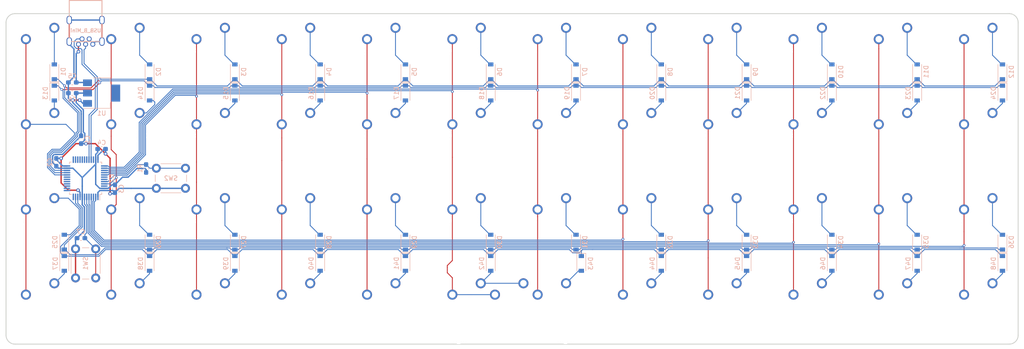
<source format=kicad_pcb>
(kicad_pcb (version 20171130) (host pcbnew "(5.0.1)-4")
  (layers (0 F.Cu signal) (31 B.Cu signal) (34 B.Paste user) (35 F.Paste user) (36 B.SilkS user) (37 F.SilkS user) (38 B.Mask user) (39 F.Mask user) (44 Edge.Cuts user))
  (net 0 "")
  (net 1 GND)
  (net 2 +3V3)
  (net 3 VBUS)
  (net 4 NRST)
  (net 5 "Net-(D1-Pad2)")
  (net 6 row0)
  (net 7 "Net-(D2-Pad2)")
  (net 8 "Net-(D3-Pad2)")
  (net 9 "Net-(D4-Pad2)")
  (net 10 "Net-(D5-Pad2)")
  (net 11 "Net-(D6-Pad2)")
  (net 12 "Net-(D7-Pad2)")
  (net 13 "Net-(D8-Pad2)")
  (net 14 "Net-(D9-Pad2)")
  (net 15 "Net-(D10-Pad2)")
  (net 16 "Net-(D11-Pad2)")
  (net 17 "Net-(D12-Pad2)")
  (net 18 "Net-(D13-Pad2)")
  (net 19 row1)
  (net 20 "Net-(D14-Pad2)")
  (net 21 "Net-(D15-Pad2)")
  (net 22 "Net-(D16-Pad2)")
  (net 23 "Net-(D17-Pad2)")
  (net 24 "Net-(D18-Pad2)")
  (net 25 "Net-(D19-Pad2)")
  (net 26 "Net-(D20-Pad2)")
  (net 27 "Net-(D21-Pad2)")
  (net 28 "Net-(D22-Pad2)")
  (net 29 "Net-(D23-Pad2)")
  (net 30 "Net-(D24-Pad2)")
  (net 31 "Net-(D25-Pad2)")
  (net 32 row2)
  (net 33 "Net-(D26-Pad2)")
  (net 34 "Net-(D27-Pad2)")
  (net 35 "Net-(D28-Pad2)")
  (net 36 "Net-(D29-Pad2)")
  (net 37 "Net-(D30-Pad2)")
  (net 38 "Net-(D31-Pad2)")
  (net 39 "Net-(D32-Pad2)")
  (net 40 "Net-(D33-Pad2)")
  (net 41 "Net-(D34-Pad2)")
  (net 42 "Net-(D35-Pad2)")
  (net 43 "Net-(D36-Pad2)")
  (net 44 "Net-(D37-Pad2)")
  (net 45 row3)
  (net 46 "Net-(D38-Pad2)")
  (net 47 "Net-(D39-Pad2)")
  (net 48 "Net-(D40-Pad2)")
  (net 49 "Net-(D41-Pad2)")
  (net 50 "Net-(D42-Pad2)")
  (net 51 "Net-(D43-Pad2)")
  (net 52 "Net-(D44-Pad2)")
  (net 53 "Net-(D45-Pad2)")
  (net 54 "Net-(D46-Pad2)")
  (net 55 "Net-(D47-Pad2)")
  (net 56 "Net-(D48-Pad2)")
  (net 57 "Net-(J1-Pad4)")
  (net 58 D+)
  (net 59 D-)
  (net 60 colA)
  (net 61 colB)
  (net 62 colC)
  (net 63 colD)
  (net 64 colE)
  (net 65 colF)
  (net 66 colG)
  (net 67 colH)
  (net 68 colI)
  (net 69 colJ)
  (net 70 colK)
  (net 71 colL)
  (net 72 BOOT0)
  (net 73 "Net-(U2-Pad12)")
  (net 74 "Net-(U2-Pad13)")
  (net 75 "Net-(U2-Pad14)")
  (net 76 "Net-(U2-Pad15)")
  (net 77 "Net-(U2-Pad16)")
  (net 78 "Net-(U2-Pad17)")
  (net 79 "Net-(U2-Pad18)")
  (net 80 "Net-(U2-Pad19)")
  (net 81 "Net-(U2-Pad25)")
  (net 82 "Net-(U2-Pad26)")
  (net 83 "Net-(U2-Pad27)")
  (net 84 "Net-(U2-Pad28)")
  (net 85 "Net-(U2-Pad29)")
  (net 86 "Net-(U2-Pad30)")
  (net 87 "Net-(U2-Pad31)")
  (net 88 "Net-(U2-Pad34)")
  (net 89 "Net-(U2-Pad42)")
  (net 90 "Net-(U2-Pad43)")
  (net 91 "Net-(U2-Pad46)")
  (module MX_Alps_Hybrid:MXOnly-1U-NoLED (layer F.Cu) (at 0 0)
    (fp_text reference MX1)
    (fp_text value MX-1U)
    (pad "" np_thru_hole circle (at 5.08 0 48.0996) (size 1.75 1.75) (drill 1.75) (layers *.Cu *.Mask))
    (pad "" np_thru_hole circle (at -5.08 0 48.0996) (size 1.75 1.75) (drill 1.75) (layers *.Cu *.Mask))
    (pad 1 thru_hole circle (at -3.81 -2.54) (size 2.25 2.25) (drill 1.47) (layers *.Cu B.Mask) (net 60 colA))
    (pad "" np_thru_hole circle (at 0 0) (size 3.9878 3.9878) (drill 3.9878) (layers *.Cu *.Mask))
    (pad 2 thru_hole circle (at 2.54 -5.08) (size 2.25 2.25) (drill 1.47) (layers *.Cu B.Mask) (net 5 "Net-(D1-Pad2)"))
  )
  (module MX_Alps_Hybrid:MXOnly-1U-NoLED (layer F.Cu) (at 0 19.05)
    (fp_text reference MX13)
    (fp_text value MX-1U)
    (pad 2 thru_hole circle (at 2.54 -5.08) (size 2.25 2.25) (drill 1.47) (layers *.Cu B.Mask) (net 18 "Net-(D13-Pad2)"))
    (pad "" np_thru_hole circle (at 0 0) (size 3.9878 3.9878) (drill 3.9878) (layers *.Cu *.Mask))
    (pad 1 thru_hole circle (at -3.81 -2.54) (size 2.25 2.25) (drill 1.47) (layers *.Cu B.Mask) (net 60 colA))
    (pad "" np_thru_hole circle (at -5.08 0 48.0996) (size 1.75 1.75) (drill 1.75) (layers *.Cu *.Mask))
    (pad "" np_thru_hole circle (at 5.08 0 48.0996) (size 1.75 1.75) (drill 1.75) (layers *.Cu *.Mask))
  )
  (module pcb-parts:D_SOD-123 (layer B.Cu) (at 157.1625 9.525 270)
    (fp_text reference D21 (at 0 2 270) (layer B.SilkS) (effects (justify mirror)))
    (fp_text value SOD-123)
    (pad 2 smd rect (at 1.65 0 270) (size 0.9 1.2) (layers B.Cu B.Paste B.Mask) (net 27 "Net-(D21-Pad2)"))
    (pad 1 smd rect (at -1.65 0 270) (size 0.9 1.2) (layers B.Cu B.Paste B.Mask) (net 19 row1))
  )
  (module pcb-parts:D_SOD-123 (layer B.Cu) (at 176.2125 9.525 270)
    (fp_text reference D22 (at 0 2 270) (layer B.SilkS) (effects (justify mirror)))
    (fp_text value SOD-123)
    (pad 1 smd rect (at -1.65 0 270) (size 0.9 1.2) (layers B.Cu B.Paste B.Mask) (net 19 row1))
    (pad 2 smd rect (at 1.65 0 270) (size 0.9 1.2) (layers B.Cu B.Paste B.Mask) (net 28 "Net-(D22-Pad2)"))
  )
  (module pcb-parts:D_SOD-123 (layer B.Cu) (at 214.3125 9.525 270)
    (fp_text reference D24 (at 0 2 270) (layer B.SilkS) (effects (justify mirror)))
    (fp_text value SOD-123)
    (pad 1 smd rect (at -1.65 0 270) (size 0.9 1.2) (layers B.Cu B.Paste B.Mask) (net 19 row1))
    (pad 2 smd rect (at 1.65 0 270) (size 0.9 1.2) (layers B.Cu B.Paste B.Mask) (net 30 "Net-(D24-Pad2)"))
  )
  (module MX_Alps_Hybrid:MXOnly-1U-NoLED (layer F.Cu) (at 19.05 38.1)
    (fp_text reference MX26)
    (fp_text value MX-1U)
    (pad "" np_thru_hole circle (at 5.08 0 48.0996) (size 1.75 1.75) (drill 1.75) (layers *.Cu *.Mask))
    (pad "" np_thru_hole circle (at -5.08 0 48.0996) (size 1.75 1.75) (drill 1.75) (layers *.Cu *.Mask))
    (pad 1 thru_hole circle (at -3.81 -2.54) (size 2.25 2.25) (drill 1.47) (layers *.Cu B.Mask) (net 61 colB))
    (pad "" np_thru_hole circle (at 0 0) (size 3.9878 3.9878) (drill 3.9878) (layers *.Cu *.Mask))
    (pad 2 thru_hole circle (at 2.54 -5.08) (size 2.25 2.25) (drill 1.47) (layers *.Cu B.Mask) (net 33 "Net-(D26-Pad2)"))
  )
  (module MX_Alps_Hybrid:MXOnly-1U-NoLED (layer F.Cu) (at 0 38.1)
    (fp_text reference MX25)
    (fp_text value MX-1U)
    (pad "" np_thru_hole circle (at 5.08 0 48.0996) (size 1.75 1.75) (drill 1.75) (layers *.Cu *.Mask))
    (pad "" np_thru_hole circle (at -5.08 0 48.0996) (size 1.75 1.75) (drill 1.75) (layers *.Cu *.Mask))
    (pad 1 thru_hole circle (at -3.81 -2.54) (size 2.25 2.25) (drill 1.47) (layers *.Cu B.Mask) (net 60 colA))
    (pad "" np_thru_hole circle (at 0 0) (size 3.9878 3.9878) (drill 3.9878) (layers *.Cu *.Mask))
    (pad 2 thru_hole circle (at 2.54 -5.08) (size 2.25 2.25) (drill 1.47) (layers *.Cu B.Mask) (net 31 "Net-(D25-Pad2)"))
  )
  (module pcb-parts:D_SOD-123 (layer B.Cu) (at 120.253125 47.625 270)
    (fp_text reference D43 (at 0 -2.083491 270) (layer B.SilkS) (effects (justify mirror)))
    (fp_text value SOD-123)
    (pad 2 smd rect (at 1.65 0 270) (size 0.9 1.2) (layers B.Cu B.Paste B.Mask) (net 51 "Net-(D43-Pad2)"))
    (pad 1 smd rect (at -1.65 0 270) (size 0.9 1.2) (layers B.Cu B.Paste B.Mask) (net 45 row3))
  )
  (module MX_Alps_Hybrid:MXOnly-1U-NoLED (layer F.Cu) (at 152.4 38.1)
    (fp_text reference MX33)
    (fp_text value MX-1U)
    (pad "" np_thru_hole circle (at 5.08 0 48.0996) (size 1.75 1.75) (drill 1.75) (layers *.Cu *.Mask))
    (pad "" np_thru_hole circle (at -5.08 0 48.0996) (size 1.75 1.75) (drill 1.75) (layers *.Cu *.Mask))
    (pad 1 thru_hole circle (at -3.81 -2.54) (size 2.25 2.25) (drill 1.47) (layers *.Cu B.Mask) (net 68 colI))
    (pad "" np_thru_hole circle (at 0 0) (size 3.9878 3.9878) (drill 3.9878) (layers *.Cu *.Mask))
    (pad 2 thru_hole circle (at 2.54 -5.08) (size 2.25 2.25) (drill 1.47) (layers *.Cu B.Mask) (net 40 "Net-(D33-Pad2)"))
  )
  (module MX_Alps_Hybrid:MXOnly-1U-NoLED (layer F.Cu) (at 38.1 38.1)
    (fp_text reference MX27)
    (fp_text value MX-1U)
    (pad "" np_thru_hole circle (at 5.08 0 48.0996) (size 1.75 1.75) (drill 1.75) (layers *.Cu *.Mask))
    (pad "" np_thru_hole circle (at -5.08 0 48.0996) (size 1.75 1.75) (drill 1.75) (layers *.Cu *.Mask))
    (pad 1 thru_hole circle (at -3.81 -2.54) (size 2.25 2.25) (drill 1.47) (layers *.Cu B.Mask) (net 62 colC))
    (pad "" np_thru_hole circle (at 0 0) (size 3.9878 3.9878) (drill 3.9878) (layers *.Cu *.Mask))
    (pad 2 thru_hole circle (at 2.54 -5.08) (size 2.25 2.25) (drill 1.47) (layers *.Cu B.Mask) (net 34 "Net-(D27-Pad2)"))
  )
  (module pcb-parts:SW_PUSH_6mm (layer B.Cu) (at 28.574976 28.574976 180)
    (fp_text reference SW2 (at 0 0 180) (layer B.SilkS) (effects (justify mirror)))
    (fp_text value SW_SPST)
    (pad 1 thru_hole circle (at 3.25 2.25 90) (size 2 2) (drill 1.1) (layers *.Cu *.Mask) (net 72 BOOT0))
    (pad 2 thru_hole circle (at 3.25 -2.25 90) (size 2 2) (drill 1.1) (layers *.Cu *.Mask) (net 2 +3V3))
    (pad 1 thru_hole circle (at -3.25 2.25 90) (size 2 2) (drill 1.1) (layers *.Cu *.Mask) (net 72 BOOT0))
    (pad 2 thru_hole circle (at -3.25 -2.25 90) (size 2 2) (drill 1.1) (layers *.Cu *.Mask) (net 2 +3V3))
  )
  (module pcb-parts:SW_PUSH_6mm (layer B.Cu) (at 9.524992 47.62496 90)
    (fp_text reference SW1 (at 0 0 90) (layer B.SilkS) (effects (justify mirror)))
    (fp_text value SW_SPST)
    (pad 2 thru_hole circle (at -3.25 -2.25) (size 2 2) (drill 1.1) (layers *.Cu *.Mask) (net 1 GND))
    (pad 1 thru_hole circle (at -3.25 2.25) (size 2 2) (drill 1.1) (layers *.Cu *.Mask) (net 4 NRST))
    (pad 2 thru_hole circle (at 3.25 -2.25) (size 2 2) (drill 1.1) (layers *.Cu *.Mask) (net 1 GND))
    (pad 1 thru_hole circle (at 3.25 2.25) (size 2 2) (drill 1.1) (layers *.Cu *.Mask) (net 4 NRST))
  )
  (module pcb-parts:C_0603_1608Metric_Pad1.05x0.95mm_HandSolder (layer B.Cu) (at 8.52 19.95 90)
    (fp_text reference C1 (at 0 1.43 90) (layer B.SilkS) (effects (justify mirror)))
    (fp_text value 4.7uF)
    (pad 2 smd roundrect (at 0.875 0 90) (size 1.05 0.95) (layers B.Cu B.Paste B.Mask) (net 1 GND))
    (pad 1 smd roundrect (at -0.875 0 90) (size 1.05 0.95) (layers B.Cu B.Paste B.Mask) (net 2 +3V3))
  )
  (module pcb-parts:C_0603_1608Metric_Pad1.05x0.95mm_HandSolder (layer B.Cu) (at 2.97656 25.003104 270)
    (fp_text reference C2 (at 0 1.43 270) (layer B.SilkS) (effects (justify mirror)))
    (fp_text value 100nF)
    (pad 1 smd roundrect (at -0.875 0 270) (size 1.05 0.95) (layers B.Cu B.Paste B.Mask) (net 2 +3V3))
    (pad 2 smd roundrect (at 0.875 0 270) (size 1.05 0.95) (layers B.Cu B.Paste B.Mask) (net 1 GND))
  )
  (module pcb-parts:C_0603_1608Metric_Pad1.05x0.95mm_HandSolder (layer B.Cu) (at 16.07 30.91 90)
    (fp_text reference C3 (at 0 1.43 90) (layer B.SilkS) (effects (justify mirror)))
    (fp_text value 100nF)
    (pad 2 smd roundrect (at 0.875 0 90) (size 1.05 0.95) (layers B.Cu B.Paste B.Mask) (net 1 GND))
    (pad 1 smd roundrect (at -0.875 0 90) (size 1.05 0.95) (layers B.Cu B.Paste B.Mask) (net 2 +3V3))
  )
  (module pcb-parts:C_0603_1608Metric_Pad1.05x0.95mm_HandSolder (layer B.Cu) (at 13.096864 22.026581 180)
    (fp_text reference C4 (at 0 1.43 180) (layer B.SilkS) (effects (justify mirror)))
    (fp_text value 100nF)
    (pad 1 smd roundrect (at -0.875 0 180) (size 1.05 0.95) (layers B.Cu B.Paste B.Mask) (net 2 +3V3))
    (pad 2 smd roundrect (at 0.875 0 180) (size 1.05 0.95) (layers B.Cu B.Paste B.Mask) (net 1 GND))
  )
  (module pcb-parts:C_0603_1608Metric_Pad1.05x0.95mm_HandSolder (layer B.Cu) (at 6.548443 7.143756 180)
    (fp_text reference C5 (at 0 1.43 180) (layer B.SilkS) (effects (justify mirror)))
    (fp_text value 100nF)
    (pad 1 smd roundrect (at -0.875 0 180) (size 1.05 0.95) (layers B.Cu B.Paste B.Mask) (net 3 VBUS))
    (pad 2 smd roundrect (at 0.875 0 180) (size 1.05 0.95) (layers B.Cu B.Paste B.Mask) (net 1 GND))
  )
  (module pcb-parts:C_0603_1608Metric_Pad1.05x0.95mm_HandSolder (layer B.Cu) (at 6.548443 9.525008)
    (fp_text reference C6 (at 0 1.43) (layer B.SilkS) (effects (justify mirror)))
    (fp_text value 10uF)
    (pad 2 smd roundrect (at 0.875 0) (size 1.05 0.95) (layers B.Cu B.Paste B.Mask) (net 2 +3V3))
    (pad 1 smd roundrect (at -0.875 0) (size 1.05 0.95) (layers B.Cu B.Paste B.Mask) (net 1 GND))
  )
  (module pcb-parts:C_0603_1608Metric_Pad1.05x0.95mm_HandSolder (layer B.Cu) (at 8.48 41.969496 180)
    (fp_text reference C7 (at 0 1.43 180) (layer B.SilkS) (effects (justify mirror)))
    (fp_text value 100nF)
    (pad 1 smd roundrect (at -0.875 0 180) (size 1.05 0.95) (layers B.Cu B.Paste B.Mask) (net 4 NRST))
    (pad 2 smd roundrect (at 0.875 0 180) (size 1.05 0.95) (layers B.Cu B.Paste B.Mask) (net 1 GND))
  )
  (module pcb-parts:D_SOD-123 (layer B.Cu) (at 2.54 4.7625 90)
    (fp_text reference D1 (at 0 2 90) (layer B.SilkS) (effects (justify mirror)))
    (fp_text value SOD-123)
    (pad 2 smd rect (at 1.65 0 90) (size 0.9 1.2) (layers B.Cu B.Paste B.Mask) (net 5 "Net-(D1-Pad2)"))
    (pad 1 smd rect (at -1.65 0 90) (size 0.9 1.2) (layers B.Cu B.Paste B.Mask) (net 6 row0))
  )
  (module pcb-parts:D_SOD-123 (layer B.Cu) (at 23.8125 4.7625 90)
    (fp_text reference D2 (at 0 2 90) (layer B.SilkS) (effects (justify mirror)))
    (fp_text value SOD-123)
    (pad 1 smd rect (at -1.65 0 90) (size 0.9 1.2) (layers B.Cu B.Paste B.Mask) (net 6 row0))
    (pad 2 smd rect (at 1.65 0 90) (size 0.9 1.2) (layers B.Cu B.Paste B.Mask) (net 7 "Net-(D2-Pad2)"))
  )
  (module pcb-parts:D_SOD-123 (layer B.Cu) (at 42.8625 4.7625 90)
    (fp_text reference D3 (at 0 2 90) (layer B.SilkS) (effects (justify mirror)))
    (fp_text value SOD-123)
    (pad 1 smd rect (at -1.65 0 90) (size 0.9 1.2) (layers B.Cu B.Paste B.Mask) (net 6 row0))
    (pad 2 smd rect (at 1.65 0 90) (size 0.9 1.2) (layers B.Cu B.Paste B.Mask) (net 8 "Net-(D3-Pad2)"))
  )
  (module pcb-parts:D_SOD-123 (layer B.Cu) (at 61.9125 4.7625 90)
    (fp_text reference D4 (at 0 2 90) (layer B.SilkS) (effects (justify mirror)))
    (fp_text value SOD-123)
    (pad 1 smd rect (at -1.65 0 90) (size 0.9 1.2) (layers B.Cu B.Paste B.Mask) (net 6 row0))
    (pad 2 smd rect (at 1.65 0 90) (size 0.9 1.2) (layers B.Cu B.Paste B.Mask) (net 9 "Net-(D4-Pad2)"))
  )
  (module pcb-parts:D_SOD-123 (layer B.Cu) (at 80.9625 4.7625 90)
    (fp_text reference D5 (at 0 2 90) (layer B.SilkS) (effects (justify mirror)))
    (fp_text value SOD-123)
    (pad 2 smd rect (at 1.65 0 90) (size 0.9 1.2) (layers B.Cu B.Paste B.Mask) (net 10 "Net-(D5-Pad2)"))
    (pad 1 smd rect (at -1.65 0 90) (size 0.9 1.2) (layers B.Cu B.Paste B.Mask) (net 6 row0))
  )
  (module pcb-parts:D_SOD-123 (layer B.Cu) (at 100.0125 4.7625 90)
    (fp_text reference D6 (at 0 2 90) (layer B.SilkS) (effects (justify mirror)))
    (fp_text value SOD-123)
    (pad 1 smd rect (at -1.65 0 90) (size 0.9 1.2) (layers B.Cu B.Paste B.Mask) (net 6 row0))
    (pad 2 smd rect (at 1.65 0 90) (size 0.9 1.2) (layers B.Cu B.Paste B.Mask) (net 11 "Net-(D6-Pad2)"))
  )
  (module pcb-parts:D_SOD-123 (layer B.Cu) (at 119.0625 4.7625 90)
    (fp_text reference D7 (at 0 2 90) (layer B.SilkS) (effects (justify mirror)))
    (fp_text value SOD-123)
    (pad 2 smd rect (at 1.65 0 90) (size 0.9 1.2) (layers B.Cu B.Paste B.Mask) (net 12 "Net-(D7-Pad2)"))
    (pad 1 smd rect (at -1.65 0 90) (size 0.9 1.2) (layers B.Cu B.Paste B.Mask) (net 6 row0))
  )
  (module pcb-parts:D_SOD-123 (layer B.Cu) (at 138.1125 4.7625 90)
    (fp_text reference D8 (at 0 2 90) (layer B.SilkS) (effects (justify mirror)))
    (fp_text value SOD-123)
    (pad 1 smd rect (at -1.65 0 90) (size 0.9 1.2) (layers B.Cu B.Paste B.Mask) (net 6 row0))
    (pad 2 smd rect (at 1.65 0 90) (size 0.9 1.2) (layers B.Cu B.Paste B.Mask) (net 13 "Net-(D8-Pad2)"))
  )
  (module pcb-parts:D_SOD-123 (layer B.Cu) (at 157.1625 4.7625 90)
    (fp_text reference D9 (at 0 2 90) (layer B.SilkS) (effects (justify mirror)))
    (fp_text value SOD-123)
    (pad 1 smd rect (at -1.65 0 90) (size 0.9 1.2) (layers B.Cu B.Paste B.Mask) (net 6 row0))
    (pad 2 smd rect (at 1.65 0 90) (size 0.9 1.2) (layers B.Cu B.Paste B.Mask) (net 14 "Net-(D9-Pad2)"))
  )
  (module pcb-parts:D_SOD-123 (layer B.Cu) (at 176.2125 4.7625 90)
    (fp_text reference D10 (at 0 2 90) (layer B.SilkS) (effects (justify mirror)))
    (fp_text value SOD-123)
    (pad 2 smd rect (at 1.65 0 90) (size 0.9 1.2) (layers B.Cu B.Paste B.Mask) (net 15 "Net-(D10-Pad2)"))
    (pad 1 smd rect (at -1.65 0 90) (size 0.9 1.2) (layers B.Cu B.Paste B.Mask) (net 6 row0))
  )
  (module pcb-parts:D_SOD-123 (layer B.Cu) (at 195.2625 4.7625 90)
    (fp_text reference D11 (at 0 2 90) (layer B.SilkS) (effects (justify mirror)))
    (fp_text value SOD-123)
    (pad 2 smd rect (at 1.65 0 90) (size 0.9 1.2) (layers B.Cu B.Paste B.Mask) (net 16 "Net-(D11-Pad2)"))
    (pad 1 smd rect (at -1.65 0 90) (size 0.9 1.2) (layers B.Cu B.Paste B.Mask) (net 6 row0))
  )
  (module pcb-parts:D_SOD-123 (layer B.Cu) (at 214.3125 4.7625 90)
    (fp_text reference D12 (at 0 2 90) (layer B.SilkS) (effects (justify mirror)))
    (fp_text value SOD-123)
    (pad 1 smd rect (at -1.65 0 90) (size 0.9 1.2) (layers B.Cu B.Paste B.Mask) (net 6 row0))
    (pad 2 smd rect (at 1.65 0 90) (size 0.9 1.2) (layers B.Cu B.Paste B.Mask) (net 17 "Net-(D12-Pad2)"))
  )
  (module pcb-parts:D_SOD-123 (layer B.Cu) (at 2.54 9.525 270)
    (fp_text reference D13 (at 0 2 270) (layer B.SilkS) (effects (justify mirror)))
    (fp_text value SOD-123)
    (pad 2 smd rect (at 1.65 0 270) (size 0.9 1.2) (layers B.Cu B.Paste B.Mask) (net 18 "Net-(D13-Pad2)"))
    (pad 1 smd rect (at -1.65 0 270) (size 0.9 1.2) (layers B.Cu B.Paste B.Mask) (net 19 row1))
  )
  (module pcb-parts:D_SOD-123 (layer B.Cu) (at 23.8125 9.525 270)
    (fp_text reference D14 (at 0 2 270) (layer B.SilkS) (effects (justify mirror)))
    (fp_text value SOD-123)
    (pad 1 smd rect (at -1.65 0 270) (size 0.9 1.2) (layers B.Cu B.Paste B.Mask) (net 19 row1))
    (pad 2 smd rect (at 1.65 0 270) (size 0.9 1.2) (layers B.Cu B.Paste B.Mask) (net 20 "Net-(D14-Pad2)"))
  )
  (module pcb-parts:D_SOD-123 (layer B.Cu) (at 42.8625 9.525 270)
    (fp_text reference D15 (at 0 2 270) (layer B.SilkS) (effects (justify mirror)))
    (fp_text value SOD-123)
    (pad 1 smd rect (at -1.65 0 270) (size 0.9 1.2) (layers B.Cu B.Paste B.Mask) (net 19 row1))
    (pad 2 smd rect (at 1.65 0 270) (size 0.9 1.2) (layers B.Cu B.Paste B.Mask) (net 21 "Net-(D15-Pad2)"))
  )
  (module pcb-parts:D_SOD-123 (layer B.Cu) (at 61.9125 9.525 270)
    (fp_text reference D16 (at 0 2 270) (layer B.SilkS) (effects (justify mirror)))
    (fp_text value SOD-123)
    (pad 1 smd rect (at -1.65 0 270) (size 0.9 1.2) (layers B.Cu B.Paste B.Mask) (net 19 row1))
    (pad 2 smd rect (at 1.65 0 270) (size 0.9 1.2) (layers B.Cu B.Paste B.Mask) (net 22 "Net-(D16-Pad2)"))
  )
  (module pcb-parts:D_SOD-123 (layer B.Cu) (at 80.9625 9.525 270)
    (fp_text reference D17 (at 0 2 270) (layer B.SilkS) (effects (justify mirror)))
    (fp_text value SOD-123)
    (pad 2 smd rect (at 1.65 0 270) (size 0.9 1.2) (layers B.Cu B.Paste B.Mask) (net 23 "Net-(D17-Pad2)"))
    (pad 1 smd rect (at -1.65 0 270) (size 0.9 1.2) (layers B.Cu B.Paste B.Mask) (net 19 row1))
  )
  (module pcb-parts:D_SOD-123 (layer B.Cu) (at 100.0125 9.525 270)
    (fp_text reference D18 (at 0 2 270) (layer B.SilkS) (effects (justify mirror)))
    (fp_text value SOD-123)
    (pad 2 smd rect (at 1.65 0 270) (size 0.9 1.2) (layers B.Cu B.Paste B.Mask) (net 24 "Net-(D18-Pad2)"))
    (pad 1 smd rect (at -1.65 0 270) (size 0.9 1.2) (layers B.Cu B.Paste B.Mask) (net 19 row1))
  )
  (module pcb-parts:D_SOD-123 (layer B.Cu) (at 119.0625 9.525 270)
    (fp_text reference D19 (at 0 2 270) (layer B.SilkS) (effects (justify mirror)))
    (fp_text value SOD-123)
    (pad 1 smd rect (at -1.65 0 270) (size 0.9 1.2) (layers B.Cu B.Paste B.Mask) (net 19 row1))
    (pad 2 smd rect (at 1.65 0 270) (size 0.9 1.2) (layers B.Cu B.Paste B.Mask) (net 25 "Net-(D19-Pad2)"))
  )
  (module pcb-parts:D_SOD-123 (layer B.Cu) (at 138.1125 9.525 270)
    (fp_text reference D20 (at 0 2 270) (layer B.SilkS) (effects (justify mirror)))
    (fp_text value SOD-123)
    (pad 1 smd rect (at -1.65 0 270) (size 0.9 1.2) (layers B.Cu B.Paste B.Mask) (net 19 row1))
    (pad 2 smd rect (at 1.65 0 270) (size 0.9 1.2) (layers B.Cu B.Paste B.Mask) (net 26 "Net-(D20-Pad2)"))
  )
  (module pcb-parts:D_SOD-123 (layer B.Cu) (at 195.2625 9.525 270)
    (fp_text reference D23 (at 0 2 270) (layer B.SilkS) (effects (justify mirror)))
    (fp_text value SOD-123)
    (pad 1 smd rect (at -1.65 0 270) (size 0.9 1.2) (layers B.Cu B.Paste B.Mask) (net 19 row1))
    (pad 2 smd rect (at 1.65 0 270) (size 0.9 1.2) (layers B.Cu B.Paste B.Mask) (net 29 "Net-(D23-Pad2)"))
  )
  (module pcb-parts:D_SOD-123 (layer B.Cu) (at 4.7625 42.8625 90)
    (fp_text reference D25 (at 0.000036 -2.083596 90) (layer B.SilkS) (effects (justify mirror)))
    (fp_text value SOD-123)
    (pad 2 smd rect (at 1.65 0 90) (size 0.9 1.2) (layers B.Cu B.Paste B.Mask) (net 31 "Net-(D25-Pad2)"))
    (pad 1 smd rect (at -1.65 0 90) (size 0.9 1.2) (layers B.Cu B.Paste B.Mask) (net 32 row2))
  )
  (module pcb-parts:D_SOD-123 (layer B.Cu) (at 23.8125 42.8625 90)
    (fp_text reference D26 (at 0 2 90) (layer B.SilkS) (effects (justify mirror)))
    (fp_text value SOD-123)
    (pad 2 smd rect (at 1.65 0 90) (size 0.9 1.2) (layers B.Cu B.Paste B.Mask) (net 33 "Net-(D26-Pad2)"))
    (pad 1 smd rect (at -1.65 0 90) (size 0.9 1.2) (layers B.Cu B.Paste B.Mask) (net 32 row2))
  )
  (module pcb-parts:D_SOD-123 (layer B.Cu) (at 42.8625 42.8625 90)
    (fp_text reference D27 (at 0 2 90) (layer B.SilkS) (effects (justify mirror)))
    (fp_text value SOD-123)
    (pad 1 smd rect (at -1.65 0 90) (size 0.9 1.2) (layers B.Cu B.Paste B.Mask) (net 32 row2))
    (pad 2 smd rect (at 1.65 0 90) (size 0.9 1.2) (layers B.Cu B.Paste B.Mask) (net 34 "Net-(D27-Pad2)"))
  )
  (module pcb-parts:D_SOD-123 (layer B.Cu) (at 61.9125 42.8625 90)
    (fp_text reference D28 (at 0 2 90) (layer B.SilkS) (effects (justify mirror)))
    (fp_text value SOD-123)
    (pad 1 smd rect (at -1.65 0 90) (size 0.9 1.2) (layers B.Cu B.Paste B.Mask) (net 32 row2))
    (pad 2 smd rect (at 1.65 0 90) (size 0.9 1.2) (layers B.Cu B.Paste B.Mask) (net 35 "Net-(D28-Pad2)"))
  )
  (module pcb-parts:D_SOD-123 (layer B.Cu) (at 80.9625 42.8625 90)
    (fp_text reference D29 (at 0 2 90) (layer B.SilkS) (effects (justify mirror)))
    (fp_text value SOD-123)
    (pad 2 smd rect (at 1.65 0 90) (size 0.9 1.2) (layers B.Cu B.Paste B.Mask) (net 36 "Net-(D29-Pad2)"))
    (pad 1 smd rect (at -1.65 0 90) (size 0.9 1.2) (layers B.Cu B.Paste B.Mask) (net 32 row2))
  )
  (module pcb-parts:D_SOD-123 (layer B.Cu) (at 100.0125 42.8625 90)
    (fp_text reference D30 (at 0 2 90) (layer B.SilkS) (effects (justify mirror)))
    (fp_text value SOD-123)
    (pad 2 smd rect (at 1.65 0 90) (size 0.9 1.2) (layers B.Cu B.Paste B.Mask) (net 37 "Net-(D30-Pad2)"))
    (pad 1 smd rect (at -1.65 0 90) (size 0.9 1.2) (layers B.Cu B.Paste B.Mask) (net 32 row2))
  )
  (module pcb-parts:D_SOD-123 (layer B.Cu) (at 119.0625 42.8625 90)
    (fp_text reference D31 (at 0 2 90) (layer B.SilkS) (effects (justify mirror)))
    (fp_text value SOD-123)
    (pad 1 smd rect (at -1.65 0 90) (size 0.9 1.2) (layers B.Cu B.Paste B.Mask) (net 32 row2))
    (pad 2 smd rect (at 1.65 0 90) (size 0.9 1.2) (layers B.Cu B.Paste B.Mask) (net 38 "Net-(D31-Pad2)"))
  )
  (module pcb-parts:D_SOD-123 (layer B.Cu) (at 138.1125 42.8625 90)
    (fp_text reference D32 (at 0 2 90) (layer B.SilkS) (effects (justify mirror)))
    (fp_text value SOD-123)
    (pad 1 smd rect (at -1.65 0 90) (size 0.9 1.2) (layers B.Cu B.Paste B.Mask) (net 32 row2))
    (pad 2 smd rect (at 1.65 0 90) (size 0.9 1.2) (layers B.Cu B.Paste B.Mask) (net 39 "Net-(D32-Pad2)"))
  )
  (module pcb-parts:D_SOD-123 (layer B.Cu) (at 157.1625 42.8625 90)
    (fp_text reference D33 (at 0 2 90) (layer B.SilkS) (effects (justify mirror)))
    (fp_text value SOD-123)
    (pad 2 smd rect (at 1.65 0 90) (size 0.9 1.2) (layers B.Cu B.Paste B.Mask) (net 40 "Net-(D33-Pad2)"))
    (pad 1 smd rect (at -1.65 0 90) (size 0.9 1.2) (layers B.Cu B.Paste B.Mask) (net 32 row2))
  )
  (module pcb-parts:D_SOD-123 (layer B.Cu) (at 176.2125 42.8625 90)
    (fp_text reference D34 (at 0 2 90) (layer B.SilkS) (effects (justify mirror)))
    (fp_text value SOD-123)
    (pad 1 smd rect (at -1.65 0 90) (size 0.9 1.2) (layers B.Cu B.Paste B.Mask) (net 32 row2))
    (pad 2 smd rect (at 1.65 0 90) (size 0.9 1.2) (layers B.Cu B.Paste B.Mask) (net 41 "Net-(D34-Pad2)"))
  )
  (module pcb-parts:D_SOD-123 (layer B.Cu) (at 195.2625 42.8625 90)
    (fp_text reference D35 (at 0 2 90) (layer B.SilkS) (effects (justify mirror)))
    (fp_text value SOD-123)
    (pad 2 smd rect (at 1.65 0 90) (size 0.9 1.2) (layers B.Cu B.Paste B.Mask) (net 42 "Net-(D35-Pad2)"))
    (pad 1 smd rect (at -1.65 0 90) (size 0.9 1.2) (layers B.Cu B.Paste B.Mask) (net 32 row2))
  )
  (module pcb-parts:D_SOD-123 (layer B.Cu) (at 214.3125 42.8625 90)
    (fp_text reference D36 (at 0 2 90) (layer B.SilkS) (effects (justify mirror)))
    (fp_text value SOD-123)
    (pad 1 smd rect (at -1.65 0 90) (size 0.9 1.2) (layers B.Cu B.Paste B.Mask) (net 32 row2))
    (pad 2 smd rect (at 1.65 0 90) (size 0.9 1.2) (layers B.Cu B.Paste B.Mask) (net 43 "Net-(D36-Pad2)"))
  )
  (module pcb-parts:D_SOD-123 (layer B.Cu) (at 4.7625 47.625 270)
    (fp_text reference D37 (at 0 2 270) (layer B.SilkS) (effects (justify mirror)))
    (fp_text value SOD-123)
    (pad 2 smd rect (at 1.65 0 270) (size 0.9 1.2) (layers B.Cu B.Paste B.Mask) (net 44 "Net-(D37-Pad2)"))
    (pad 1 smd rect (at -1.65 0 270) (size 0.9 1.2) (layers B.Cu B.Paste B.Mask) (net 45 row3))
  )
  (module pcb-parts:D_SOD-123 (layer B.Cu) (at 23.8125 47.625 270)
    (fp_text reference D38 (at 0 2 270) (layer B.SilkS) (effects (justify mirror)))
    (fp_text value SOD-123)
    (pad 1 smd rect (at -1.65 0 270) (size 0.9 1.2) (layers B.Cu B.Paste B.Mask) (net 45 row3))
    (pad 2 smd rect (at 1.65 0 270) (size 0.9 1.2) (layers B.Cu B.Paste B.Mask) (net 46 "Net-(D38-Pad2)"))
  )
  (module pcb-parts:D_SOD-123 (layer B.Cu) (at 42.8625 47.625 270)
    (fp_text reference D39 (at 0 2 270) (layer B.SilkS) (effects (justify mirror)))
    (fp_text value SOD-123)
    (pad 2 smd rect (at 1.65 0 270) (size 0.9 1.2) (layers B.Cu B.Paste B.Mask) (net 47 "Net-(D39-Pad2)"))
    (pad 1 smd rect (at -1.65 0 270) (size 0.9 1.2) (layers B.Cu B.Paste B.Mask) (net 45 row3))
  )
  (module pcb-parts:D_SOD-123 (layer B.Cu) (at 61.9125 47.625 270)
    (fp_text reference D40 (at 0 2 270) (layer B.SilkS) (effects (justify mirror)))
    (fp_text value SOD-123)
    (pad 1 smd rect (at -1.65 0 270) (size 0.9 1.2) (layers B.Cu B.Paste B.Mask) (net 45 row3))
    (pad 2 smd rect (at 1.65 0 270) (size 0.9 1.2) (layers B.Cu B.Paste B.Mask) (net 48 "Net-(D40-Pad2)"))
  )
  (module pcb-parts:D_SOD-123 (layer B.Cu) (at 80.9625 47.625 270)
    (fp_text reference D41 (at 0 2 270) (layer B.SilkS) (effects (justify mirror)))
    (fp_text value SOD-123)
    (pad 2 smd rect (at 1.65 0 270) (size 0.9 1.2) (layers B.Cu B.Paste B.Mask) (net 49 "Net-(D41-Pad2)"))
    (pad 1 smd rect (at -1.65 0 270) (size 0.9 1.2) (layers B.Cu B.Paste B.Mask) (net 45 row3))
  )
  (module pcb-parts:D_SOD-123 (layer B.Cu) (at 100.0125 47.625 270)
    (fp_text reference D42 (at 0 2 270) (layer B.SilkS) (effects (justify mirror)))
    (fp_text value SOD-123)
    (pad 2 smd rect (at 1.65 0 270) (size 0.9 1.2) (layers B.Cu B.Paste B.Mask) (net 50 "Net-(D42-Pad2)"))
    (pad 1 smd rect (at -1.65 0 270) (size 0.9 1.2) (layers B.Cu B.Paste B.Mask) (net 45 row3))
  )
  (module pcb-parts:D_SOD-123 (layer B.Cu) (at 138.1125 47.625 270)
    (fp_text reference D44 (at 0 2 270) (layer B.SilkS) (effects (justify mirror)))
    (fp_text value SOD-123)
    (pad 2 smd rect (at 1.65 0 270) (size 0.9 1.2) (layers B.Cu B.Paste B.Mask) (net 52 "Net-(D44-Pad2)"))
    (pad 1 smd rect (at -1.65 0 270) (size 0.9 1.2) (layers B.Cu B.Paste B.Mask) (net 45 row3))
  )
  (module pcb-parts:D_SOD-123 (layer B.Cu) (at 157.1625 47.625 270)
    (fp_text reference D45 (at 0 2 270) (layer B.SilkS) (effects (justify mirror)))
    (fp_text value SOD-123)
    (pad 1 smd rect (at -1.65 0 270) (size 0.9 1.2) (layers B.Cu B.Paste B.Mask) (net 45 row3))
    (pad 2 smd rect (at 1.65 0 270) (size 0.9 1.2) (layers B.Cu B.Paste B.Mask) (net 53 "Net-(D45-Pad2)"))
  )
  (module pcb-parts:D_SOD-123 (layer B.Cu) (at 176.2125 47.625 270)
    (fp_text reference D46 (at 0 2 270) (layer B.SilkS) (effects (justify mirror)))
    (fp_text value SOD-123)
    (pad 2 smd rect (at 1.65 0 270) (size 0.9 1.2) (layers B.Cu B.Paste B.Mask) (net 54 "Net-(D46-Pad2)"))
    (pad 1 smd rect (at -1.65 0 270) (size 0.9 1.2) (layers B.Cu B.Paste B.Mask) (net 45 row3))
  )
  (module pcb-parts:D_SOD-123 (layer B.Cu) (at 195.2625 47.625 270)
    (fp_text reference D47 (at 0 2 270) (layer B.SilkS) (effects (justify mirror)))
    (fp_text value SOD-123)
    (pad 2 smd rect (at 1.65 0 270) (size 0.9 1.2) (layers B.Cu B.Paste B.Mask) (net 55 "Net-(D47-Pad2)"))
    (pad 1 smd rect (at -1.65 0 270) (size 0.9 1.2) (layers B.Cu B.Paste B.Mask) (net 45 row3))
  )
  (module pcb-parts:D_SOD-123 (layer B.Cu) (at 214.3125 47.625 270)
    (fp_text reference D48 (at 0 2 270) (layer B.SilkS) (effects (justify mirror)))
    (fp_text value SOD-123)
    (pad 2 smd rect (at 1.65 0 270) (size 0.9 1.2) (layers B.Cu B.Paste B.Mask) (net 56 "Net-(D48-Pad2)"))
    (pad 1 smd rect (at -1.65 0 270) (size 0.9 1.2) (layers B.Cu B.Paste B.Mask) (net 45 row3))
  )
  (module "pcb-parts:USB-Mini-B_ LCSC-C46398" (layer B.Cu) (at 9.525 -2)
    (fp_text reference J1 hide)
    (fp_text value USB_B_Mini (at 0.02 -2.46) (layer B.SilkS) (effects (font (size 0.8 0.8)) (justify mirror)))
    (pad 6 thru_hole oval (at 3.65 -4.82) (size 1.2 1.9) (drill oval 0.8 1.5) (layers *.Cu *.Mask) (net 1 GND))
    (pad 6 thru_hole oval (at -3.65 -4.82) (size 1.2 1.9) (drill oval 0.8 1.5) (layers *.Cu *.Mask) (net 1 GND))
    (pad 5 thru_hole circle (at 1.6 0.6) (size 1.1 1.1) (drill 0.7) (layers *.Cu *.Mask) (net 1 GND))
    (pad 4 thru_hole circle (at 0.8 -0.6) (size 1.1 1.1) (drill 0.7) (layers *.Cu *.Mask) (net 57 "Net-(J1-Pad4)"))
    (pad 3 thru_hole circle (at 0 0.6) (size 1.1 1.1) (drill 0.7) (layers *.Cu *.Mask) (net 58 D+))
    (pad 2 thru_hole circle (at -0.8 -0.6) (size 1.1 1.1) (drill 0.7) (layers *.Cu *.Mask) (net 59 D-))
    (pad 1 thru_hole circle (at -1.6 0.6) (size 1.1 1.1) (drill 0.7) (layers *.Cu *.Mask) (net 3 VBUS))
    (pad 6 thru_hole oval (at -3.65 0) (size 1.2 1.9) (drill oval 0.8 1.5) (layers *.Cu *.Mask) (net 1 GND))
    (pad 6 thru_hole oval (at 3.65 0) (size 1.2 1.9) (drill oval 0.8 1.5) (layers *.Cu *.Mask) (net 1 GND))
  )
  (module pcb-parts:R_0603_1608Metric_Pad1.05x0.95mm_HandSolder (layer B.Cu) (at 23.04 26.39 270)
    (fp_text reference R1 (at 0 1.38 270) (layer B.SilkS) (effects (justify mirror)))
    (fp_text value R_Small)
    (pad 2 smd roundrect (at 0.875 0 270) (size 1.05 0.95) (layers B.Cu B.Paste B.Mask) (net 1 GND))
    (pad 1 smd roundrect (at -0.875 0 270) (size 1.05 0.95) (layers B.Cu B.Paste B.Mask) (net 72 BOOT0))
  )
  (module pcb-parts:SOT-223 (layer B.Cu) (at 13.096875 9.525)
    (fp_text reference U1 (at 0 4.5) (layer B.SilkS) (effects (justify mirror)))
    (fp_text value LD1117S33TR_SOT223)
    (pad 4 smd rect (at 3.15 0) (size 2 3.8) (layers B.Cu B.Paste B.Mask))
    (pad 2 smd rect (at -3.15 0) (size 2 1.5) (layers B.Cu B.Paste B.Mask) (net 2 +3V3))
    (pad 3 smd rect (at -3.15 -2.3) (size 2 1.5) (layers B.Cu B.Paste B.Mask) (net 3 VBUS))
    (pad 1 smd rect (at -3.15 2.3) (size 2 1.5) (layers B.Cu B.Paste B.Mask) (net 1 GND))
  )
  (module pcb-parts:LQFP-48_7x7mm_P0.5mm (layer B.Cu) (at 9.525 28.575 90)
    (fp_text reference U2 (at 0 5.85 90) (layer B.SilkS) (effects (justify mirror)))
    (fp_text value STM32F072CBTx)
    (pad 1 smd roundrect (at -4.1625 2.75 90) (size 1.475 0.3) (layers B.Cu B.Paste B.Mask) (net 2 +3V3) (clearance 0.15))
    (pad 2 smd roundrect (at -4.1625 2.25 90) (size 1.475 0.3) (layers B.Cu B.Paste B.Mask) (net 67 colH))
    (pad 3 smd roundrect (at -4.1625 1.75 90) (size 1.475 0.3) (layers B.Cu B.Paste B.Mask) (net 68 colI))
    (pad 4 smd roundrect (at -4.1625 1.25 90) (size 1.475 0.3) (layers B.Cu B.Paste B.Mask) (net 69 colJ))
    (pad 5 smd roundrect (at -4.1625 0.75 90) (size 1.475 0.3) (layers B.Cu B.Paste B.Mask) (net 70 colK))
    (pad 6 smd roundrect (at -4.1625 0.25 90) (size 1.475 0.3) (layers B.Cu B.Paste B.Mask) (net 71 colL))
    (pad 7 smd roundrect (at -4.1625 -0.25 90) (size 1.475 0.3) (layers B.Cu B.Paste B.Mask) (net 4 NRST))
    (pad 8 smd roundrect (at -4.1625 -0.75 90) (size 1.475 0.3) (layers B.Cu B.Paste B.Mask) (net 1 GND) (clearance 0.15))
    (pad 9 smd roundrect (at -4.1625 -1.25 90) (size 1.475 0.3) (layers B.Cu B.Paste B.Mask) (net 2 +3V3) (clearance 0.15))
    (pad 10 smd roundrect (at -4.1625 -1.75 90) (size 1.475 0.3) (layers B.Cu B.Paste B.Mask) (net 32 row2))
    (pad 11 smd roundrect (at -4.1625 -2.25 90) (size 1.475 0.3) (layers B.Cu B.Paste B.Mask) (net 45 row3))
    (pad 12 smd roundrect (at -4.1625 -2.75 90) (size 1.475 0.3) (layers B.Cu B.Paste B.Mask) (net 73 "Net-(U2-Pad12)"))
    (pad 13 smd roundrect (at -2.75 -4.1625 90) (size 0.3 1.475) (layers B.Cu B.Paste B.Mask) (net 74 "Net-(U2-Pad13)"))
    (pad 14 smd roundrect (at -2.25 -4.1625 90) (size 0.3 1.475) (layers B.Cu B.Paste B.Mask) (net 75 "Net-(U2-Pad14)"))
    (pad 15 smd roundrect (at -1.75 -4.1625 90) (size 0.3 1.475) (layers B.Cu B.Paste B.Mask) (net 76 "Net-(U2-Pad15)"))
    (pad 16 smd roundrect (at -1.25 -4.1625 90) (size 0.3 1.475) (layers B.Cu B.Paste B.Mask) (net 77 "Net-(U2-Pad16)"))
    (pad 17 smd roundrect (at -0.75 -4.1625 90) (size 0.3 1.475) (layers B.Cu B.Paste B.Mask) (net 78 "Net-(U2-Pad17)"))
    (pad 18 smd roundrect (at -0.25 -4.1625 90) (size 0.3 1.475) (layers B.Cu B.Paste B.Mask) (net 79 "Net-(U2-Pad18)"))
    (pad 19 smd roundrect (at 0.25 -4.1625 90) (size 0.3 1.475) (layers B.Cu B.Paste B.Mask) (net 80 "Net-(U2-Pad19)"))
    (pad 20 smd roundrect (at 0.75 -4.1625 90) (size 0.3 1.475) (layers B.Cu B.Paste B.Mask) (net 60 colA))
    (pad 21 smd roundrect (at 1.25 -4.1625 90) (size 0.3 1.475) (layers B.Cu B.Paste B.Mask) (net 19 row1))
    (pad 22 smd roundrect (at 1.75 -4.1625 90) (size 0.3 1.475) (layers B.Cu B.Paste B.Mask) (net 6 row0))
    (pad 23 smd roundrect (at 2.25 -4.1625 90) (size 0.3 1.475) (layers B.Cu B.Paste B.Mask) (net 1 GND) (clearance 0.15))
    (pad 24 smd roundrect (at 2.75 -4.1625 90) (size 0.3 1.475) (layers B.Cu B.Paste B.Mask) (net 2 +3V3) (clearance 0.15))
    (pad 25 smd roundrect (at 4.1625 -2.75 90) (size 1.475 0.3) (layers B.Cu B.Paste B.Mask) (net 81 "Net-(U2-Pad25)"))
    (pad 26 smd roundrect (at 4.1625 -2.25 90) (size 1.475 0.3) (layers B.Cu B.Paste B.Mask) (net 82 "Net-(U2-Pad26)"))
    (pad 27 smd roundrect (at 4.1625 -1.75 90) (size 1.475 0.3) (layers B.Cu B.Paste B.Mask) (net 83 "Net-(U2-Pad27)"))
    (pad 28 smd roundrect (at 4.1625 -1.25 90) (size 1.475 0.3) (layers B.Cu B.Paste B.Mask) (net 84 "Net-(U2-Pad28)"))
    (pad 29 smd roundrect (at 4.1625 -0.75 90) (size 1.475 0.3) (layers B.Cu B.Paste B.Mask) (net 85 "Net-(U2-Pad29)"))
    (pad 30 smd roundrect (at 4.1625 -0.25 90) (size 1.475 0.3) (layers B.Cu B.Paste B.Mask) (net 86 "Net-(U2-Pad30)"))
    (pad 31 smd roundrect (at 4.1625 0.25 90) (size 1.475 0.3) (layers B.Cu B.Paste B.Mask) (net 87 "Net-(U2-Pad31)"))
    (pad 32 smd roundrect (at 4.1625 0.75 90) (size 1.475 0.3) (layers B.Cu B.Paste B.Mask) (net 59 D-))
    (pad 33 smd roundrect (at 4.1625 1.25 90) (size 1.475 0.3) (layers B.Cu B.Paste B.Mask) (net 58 D+))
    (pad 34 smd roundrect (at 4.1625 1.75 90) (size 1.475 0.3) (layers B.Cu B.Paste B.Mask) (net 88 "Net-(U2-Pad34)"))
    (pad 35 smd roundrect (at 4.1625 2.25 90) (size 1.475 0.3) (layers B.Cu B.Paste B.Mask) (net 1 GND) (clearance 0.15))
    (pad 36 smd roundrect (at 4.1625 2.75 90) (size 1.475 0.3) (layers B.Cu B.Paste B.Mask) (net 2 +3V3) (clearance 0.15))
    (pad 37 smd roundrect (at 2.75 4.1625 90) (size 0.3 1.475) (layers B.Cu B.Paste B.Mask) (net 66 colG))
    (pad 38 smd roundrect (at 2.25 4.1625 90) (size 0.3 1.475) (layers B.Cu B.Paste B.Mask) (net 65 colF))
    (pad 39 smd roundrect (at 1.75 4.1625 90) (size 0.3 1.475) (layers B.Cu B.Paste B.Mask) (net 64 colE))
    (pad 40 smd roundrect (at 1.25 4.1625 90) (size 0.3 1.475) (layers B.Cu B.Paste B.Mask) (net 63 colD))
    (pad 41 smd roundrect (at 0.75 4.1625 90) (size 0.3 1.475) (layers B.Cu B.Paste B.Mask) (net 62 colC))
    (pad 42 smd roundrect (at 0.25 4.1625 90) (size 0.3 1.475) (layers B.Cu B.Paste B.Mask) (net 89 "Net-(U2-Pad42)"))
    (pad 43 smd roundrect (at -0.25 4.1625 90) (size 0.3 1.475) (layers B.Cu B.Paste B.Mask) (net 90 "Net-(U2-Pad43)"))
    (pad 44 smd roundrect (at -0.75 4.1625 90) (size 0.3 1.475) (layers B.Cu B.Paste B.Mask) (net 72 BOOT0))
    (pad 45 smd roundrect (at -1.25 4.1625 90) (size 0.3 1.475) (layers B.Cu B.Paste B.Mask) (net 61 colB))
    (pad 46 smd roundrect (at -1.75 4.1625 90) (size 0.3 1.475) (layers B.Cu B.Paste B.Mask) (net 91 "Net-(U2-Pad46)"))
    (pad 47 smd roundrect (at -2.25 4.1625 90) (size 0.3 1.475) (layers B.Cu B.Paste B.Mask) (net 1 GND) (clearance 0.15))
    (pad 48 smd roundrect (at -2.75 4.1625 90) (size 0.3 1.475) (layers B.Cu B.Paste B.Mask) (net 2 +3V3) (clearance 0.15))
  )
  (module MX_Alps_Hybrid:MXOnly-1U-NoLED (layer F.Cu) (at 19.05 0)
    (fp_text reference MX2)
    (fp_text value MX-1U)
    (pad "" np_thru_hole circle (at 5.08 0 48.0996) (size 1.75 1.75) (drill 1.75) (layers *.Cu *.Mask))
    (pad "" np_thru_hole circle (at -5.08 0 48.0996) (size 1.75 1.75) (drill 1.75) (layers *.Cu *.Mask))
    (pad 1 thru_hole circle (at -3.81 -2.54) (size 2.25 2.25) (drill 1.47) (layers *.Cu B.Mask) (net 61 colB))
    (pad "" np_thru_hole circle (at 0 0) (size 3.9878 3.9878) (drill 3.9878) (layers *.Cu *.Mask))
    (pad 2 thru_hole circle (at 2.54 -5.08) (size 2.25 2.25) (drill 1.47) (layers *.Cu B.Mask) (net 7 "Net-(D2-Pad2)"))
  )
  (module MX_Alps_Hybrid:MXOnly-1U-NoLED (layer F.Cu) (at 38.1 0)
    (fp_text reference MX3)
    (fp_text value MX-1U)
    (pad 2 thru_hole circle (at 2.54 -5.08) (size 2.25 2.25) (drill 1.47) (layers *.Cu B.Mask) (net 8 "Net-(D3-Pad2)"))
    (pad "" np_thru_hole circle (at 0 0) (size 3.9878 3.9878) (drill 3.9878) (layers *.Cu *.Mask))
    (pad 1 thru_hole circle (at -3.81 -2.54) (size 2.25 2.25) (drill 1.47) (layers *.Cu B.Mask) (net 62 colC))
    (pad "" np_thru_hole circle (at -5.08 0 48.0996) (size 1.75 1.75) (drill 1.75) (layers *.Cu *.Mask))
    (pad "" np_thru_hole circle (at 5.08 0 48.0996) (size 1.75 1.75) (drill 1.75) (layers *.Cu *.Mask))
  )
  (module MX_Alps_Hybrid:MXOnly-1U-NoLED (layer F.Cu) (at 57.15 0)
    (fp_text reference MX4)
    (fp_text value MX-1U)
    (pad "" np_thru_hole circle (at 5.08 0 48.0996) (size 1.75 1.75) (drill 1.75) (layers *.Cu *.Mask))
    (pad "" np_thru_hole circle (at -5.08 0 48.0996) (size 1.75 1.75) (drill 1.75) (layers *.Cu *.Mask))
    (pad 1 thru_hole circle (at -3.81 -2.54) (size 2.25 2.25) (drill 1.47) (layers *.Cu B.Mask) (net 63 colD))
    (pad "" np_thru_hole circle (at 0 0) (size 3.9878 3.9878) (drill 3.9878) (layers *.Cu *.Mask))
    (pad 2 thru_hole circle (at 2.54 -5.08) (size 2.25 2.25) (drill 1.47) (layers *.Cu B.Mask) (net 9 "Net-(D4-Pad2)"))
  )
  (module MX_Alps_Hybrid:MXOnly-1U-NoLED (layer F.Cu) (at 76.2 0)
    (fp_text reference MX5)
    (fp_text value MX-1U)
    (pad 2 thru_hole circle (at 2.54 -5.08) (size 2.25 2.25) (drill 1.47) (layers *.Cu B.Mask) (net 10 "Net-(D5-Pad2)"))
    (pad "" np_thru_hole circle (at 0 0) (size 3.9878 3.9878) (drill 3.9878) (layers *.Cu *.Mask))
    (pad 1 thru_hole circle (at -3.81 -2.54) (size 2.25 2.25) (drill 1.47) (layers *.Cu B.Mask) (net 64 colE))
    (pad "" np_thru_hole circle (at -5.08 0 48.0996) (size 1.75 1.75) (drill 1.75) (layers *.Cu *.Mask))
    (pad "" np_thru_hole circle (at 5.08 0 48.0996) (size 1.75 1.75) (drill 1.75) (layers *.Cu *.Mask))
  )
  (module MX_Alps_Hybrid:MXOnly-1U-NoLED (layer F.Cu) (at 95.25 0)
    (fp_text reference MX6)
    (fp_text value MX-1U)
    (pad "" np_thru_hole circle (at 5.08 0 48.0996) (size 1.75 1.75) (drill 1.75) (layers *.Cu *.Mask))
    (pad "" np_thru_hole circle (at -5.08 0 48.0996) (size 1.75 1.75) (drill 1.75) (layers *.Cu *.Mask))
    (pad 1 thru_hole circle (at -3.81 -2.54) (size 2.25 2.25) (drill 1.47) (layers *.Cu B.Mask) (net 65 colF))
    (pad "" np_thru_hole circle (at 0 0) (size 3.9878 3.9878) (drill 3.9878) (layers *.Cu *.Mask))
    (pad 2 thru_hole circle (at 2.54 -5.08) (size 2.25 2.25) (drill 1.47) (layers *.Cu B.Mask) (net 11 "Net-(D6-Pad2)"))
  )
  (module MX_Alps_Hybrid:MXOnly-1U-NoLED (layer F.Cu) (at 114.3 0)
    (fp_text reference MX7)
    (fp_text value MX-1U)
    (pad 2 thru_hole circle (at 2.54 -5.08) (size 2.25 2.25) (drill 1.47) (layers *.Cu B.Mask) (net 12 "Net-(D7-Pad2)"))
    (pad "" np_thru_hole circle (at 0 0) (size 3.9878 3.9878) (drill 3.9878) (layers *.Cu *.Mask))
    (pad 1 thru_hole circle (at -3.81 -2.54) (size 2.25 2.25) (drill 1.47) (layers *.Cu B.Mask) (net 66 colG))
    (pad "" np_thru_hole circle (at -5.08 0 48.0996) (size 1.75 1.75) (drill 1.75) (layers *.Cu *.Mask))
    (pad "" np_thru_hole circle (at 5.08 0 48.0996) (size 1.75 1.75) (drill 1.75) (layers *.Cu *.Mask))
  )
  (module MX_Alps_Hybrid:MXOnly-1U-NoLED (layer F.Cu) (at 133.35 0)
    (fp_text reference MX8)
    (fp_text value MX-1U)
    (pad 2 thru_hole circle (at 2.54 -5.08) (size 2.25 2.25) (drill 1.47) (layers *.Cu B.Mask) (net 13 "Net-(D8-Pad2)"))
    (pad "" np_thru_hole circle (at 0 0) (size 3.9878 3.9878) (drill 3.9878) (layers *.Cu *.Mask))
    (pad 1 thru_hole circle (at -3.81 -2.54) (size 2.25 2.25) (drill 1.47) (layers *.Cu B.Mask) (net 67 colH))
    (pad "" np_thru_hole circle (at -5.08 0 48.0996) (size 1.75 1.75) (drill 1.75) (layers *.Cu *.Mask))
    (pad "" np_thru_hole circle (at 5.08 0 48.0996) (size 1.75 1.75) (drill 1.75) (layers *.Cu *.Mask))
  )
  (module MX_Alps_Hybrid:MXOnly-1U-NoLED (layer F.Cu) (at 152.4 0)
    (fp_text reference MX9)
    (fp_text value MX-1U)
    (pad 2 thru_hole circle (at 2.54 -5.08) (size 2.25 2.25) (drill 1.47) (layers *.Cu B.Mask) (net 14 "Net-(D9-Pad2)"))
    (pad "" np_thru_hole circle (at 0 0) (size 3.9878 3.9878) (drill 3.9878) (layers *.Cu *.Mask))
    (pad 1 thru_hole circle (at -3.81 -2.54) (size 2.25 2.25) (drill 1.47) (layers *.Cu B.Mask) (net 68 colI))
    (pad "" np_thru_hole circle (at -5.08 0 48.0996) (size 1.75 1.75) (drill 1.75) (layers *.Cu *.Mask))
    (pad "" np_thru_hole circle (at 5.08 0 48.0996) (size 1.75 1.75) (drill 1.75) (layers *.Cu *.Mask))
  )
  (module MX_Alps_Hybrid:MXOnly-1U-NoLED (layer F.Cu) (at 171.45 0)
    (fp_text reference MX10)
    (fp_text value MX-1U)
    (pad "" np_thru_hole circle (at 5.08 0 48.0996) (size 1.75 1.75) (drill 1.75) (layers *.Cu *.Mask))
    (pad "" np_thru_hole circle (at -5.08 0 48.0996) (size 1.75 1.75) (drill 1.75) (layers *.Cu *.Mask))
    (pad 1 thru_hole circle (at -3.81 -2.54) (size 2.25 2.25) (drill 1.47) (layers *.Cu B.Mask) (net 69 colJ))
    (pad "" np_thru_hole circle (at 0 0) (size 3.9878 3.9878) (drill 3.9878) (layers *.Cu *.Mask))
    (pad 2 thru_hole circle (at 2.54 -5.08) (size 2.25 2.25) (drill 1.47) (layers *.Cu B.Mask) (net 15 "Net-(D10-Pad2)"))
  )
  (module MX_Alps_Hybrid:MXOnly-1U-NoLED (layer F.Cu) (at 190.5 0)
    (fp_text reference MX11)
    (fp_text value MX-1U)
    (pad 2 thru_hole circle (at 2.54 -5.08) (size 2.25 2.25) (drill 1.47) (layers *.Cu B.Mask) (net 16 "Net-(D11-Pad2)"))
    (pad "" np_thru_hole circle (at 0 0) (size 3.9878 3.9878) (drill 3.9878) (layers *.Cu *.Mask))
    (pad 1 thru_hole circle (at -3.81 -2.54) (size 2.25 2.25) (drill 1.47) (layers *.Cu B.Mask) (net 70 colK))
    (pad "" np_thru_hole circle (at -5.08 0 48.0996) (size 1.75 1.75) (drill 1.75) (layers *.Cu *.Mask))
    (pad "" np_thru_hole circle (at 5.08 0 48.0996) (size 1.75 1.75) (drill 1.75) (layers *.Cu *.Mask))
  )
  (module MX_Alps_Hybrid:MXOnly-1U-NoLED (layer F.Cu) (at 209.55 0)
    (fp_text reference MX12)
    (fp_text value MX-1U)
    (pad "" np_thru_hole circle (at 5.08 0 48.0996) (size 1.75 1.75) (drill 1.75) (layers *.Cu *.Mask))
    (pad "" np_thru_hole circle (at -5.08 0 48.0996) (size 1.75 1.75) (drill 1.75) (layers *.Cu *.Mask))
    (pad 1 thru_hole circle (at -3.81 -2.54) (size 2.25 2.25) (drill 1.47) (layers *.Cu B.Mask) (net 71 colL))
    (pad "" np_thru_hole circle (at 0 0) (size 3.9878 3.9878) (drill 3.9878) (layers *.Cu *.Mask))
    (pad 2 thru_hole circle (at 2.54 -5.08) (size 2.25 2.25) (drill 1.47) (layers *.Cu B.Mask) (net 17 "Net-(D12-Pad2)"))
  )
  (module MX_Alps_Hybrid:MXOnly-1U-NoLED (layer F.Cu) (at 38.1 19.05)
    (fp_text reference MX15)
    (fp_text value MX-1U)
    (pad 2 thru_hole circle (at 2.54 -5.08) (size 2.25 2.25) (drill 1.47) (layers *.Cu B.Mask) (net 21 "Net-(D15-Pad2)"))
    (pad "" np_thru_hole circle (at 0 0) (size 3.9878 3.9878) (drill 3.9878) (layers *.Cu *.Mask))
    (pad 1 thru_hole circle (at -3.81 -2.54) (size 2.25 2.25) (drill 1.47) (layers *.Cu B.Mask) (net 62 colC))
    (pad "" np_thru_hole circle (at -5.08 0 48.0996) (size 1.75 1.75) (drill 1.75) (layers *.Cu *.Mask))
    (pad "" np_thru_hole circle (at 5.08 0 48.0996) (size 1.75 1.75) (drill 1.75) (layers *.Cu *.Mask))
  )
  (module MX_Alps_Hybrid:MXOnly-1U-NoLED (layer F.Cu) (at 57.15 19.05)
    (fp_text reference MX16)
    (fp_text value MX-1U)
    (pad "" np_thru_hole circle (at 5.08 0 48.0996) (size 1.75 1.75) (drill 1.75) (layers *.Cu *.Mask))
    (pad "" np_thru_hole circle (at -5.08 0 48.0996) (size 1.75 1.75) (drill 1.75) (layers *.Cu *.Mask))
    (pad 1 thru_hole circle (at -3.81 -2.54) (size 2.25 2.25) (drill 1.47) (layers *.Cu B.Mask) (net 63 colD))
    (pad "" np_thru_hole circle (at 0 0) (size 3.9878 3.9878) (drill 3.9878) (layers *.Cu *.Mask))
    (pad 2 thru_hole circle (at 2.54 -5.08) (size 2.25 2.25) (drill 1.47) (layers *.Cu B.Mask) (net 22 "Net-(D16-Pad2)"))
  )
  (module MX_Alps_Hybrid:MXOnly-1U-NoLED (layer F.Cu) (at 76.2 19.05)
    (fp_text reference MX17)
    (fp_text value MX-1U)
    (pad "" np_thru_hole circle (at 5.08 0 48.0996) (size 1.75 1.75) (drill 1.75) (layers *.Cu *.Mask))
    (pad "" np_thru_hole circle (at -5.08 0 48.0996) (size 1.75 1.75) (drill 1.75) (layers *.Cu *.Mask))
    (pad 1 thru_hole circle (at -3.81 -2.54) (size 2.25 2.25) (drill 1.47) (layers *.Cu B.Mask) (net 64 colE))
    (pad "" np_thru_hole circle (at 0 0) (size 3.9878 3.9878) (drill 3.9878) (layers *.Cu *.Mask))
    (pad 2 thru_hole circle (at 2.54 -5.08) (size 2.25 2.25) (drill 1.47) (layers *.Cu B.Mask) (net 23 "Net-(D17-Pad2)"))
  )
  (module MX_Alps_Hybrid:MXOnly-1U-NoLED (layer F.Cu) (at 95.25 19.05)
    (fp_text reference MX18)
    (fp_text value MX-1U)
    (pad 2 thru_hole circle (at 2.54 -5.08) (size 2.25 2.25) (drill 1.47) (layers *.Cu B.Mask) (net 24 "Net-(D18-Pad2)"))
    (pad "" np_thru_hole circle (at 0 0) (size 3.9878 3.9878) (drill 3.9878) (layers *.Cu *.Mask))
    (pad 1 thru_hole circle (at -3.81 -2.54) (size 2.25 2.25) (drill 1.47) (layers *.Cu B.Mask) (net 65 colF))
    (pad "" np_thru_hole circle (at -5.08 0 48.0996) (size 1.75 1.75) (drill 1.75) (layers *.Cu *.Mask))
    (pad "" np_thru_hole circle (at 5.08 0 48.0996) (size 1.75 1.75) (drill 1.75) (layers *.Cu *.Mask))
  )
  (module MX_Alps_Hybrid:MXOnly-1U-NoLED (layer F.Cu) (at 114.3 19.05)
    (fp_text reference MX19)
    (fp_text value MX-1U)
    (pad "" np_thru_hole circle (at 5.08 0 48.0996) (size 1.75 1.75) (drill 1.75) (layers *.Cu *.Mask))
    (pad "" np_thru_hole circle (at -5.08 0 48.0996) (size 1.75 1.75) (drill 1.75) (layers *.Cu *.Mask))
    (pad 1 thru_hole circle (at -3.81 -2.54) (size 2.25 2.25) (drill 1.47) (layers *.Cu B.Mask) (net 66 colG))
    (pad "" np_thru_hole circle (at 0 0) (size 3.9878 3.9878) (drill 3.9878) (layers *.Cu *.Mask))
    (pad 2 thru_hole circle (at 2.54 -5.08) (size 2.25 2.25) (drill 1.47) (layers *.Cu B.Mask) (net 25 "Net-(D19-Pad2)"))
  )
  (module MX_Alps_Hybrid:MXOnly-1U-NoLED (layer F.Cu) (at 133.35 19.05)
    (fp_text reference MX20)
    (fp_text value MX-1U)
    (pad 2 thru_hole circle (at 2.54 -5.08) (size 2.25 2.25) (drill 1.47) (layers *.Cu B.Mask) (net 26 "Net-(D20-Pad2)"))
    (pad "" np_thru_hole circle (at 0 0) (size 3.9878 3.9878) (drill 3.9878) (layers *.Cu *.Mask))
    (pad 1 thru_hole circle (at -3.81 -2.54) (size 2.25 2.25) (drill 1.47) (layers *.Cu B.Mask) (net 67 colH))
    (pad "" np_thru_hole circle (at -5.08 0 48.0996) (size 1.75 1.75) (drill 1.75) (layers *.Cu *.Mask))
    (pad "" np_thru_hole circle (at 5.08 0 48.0996) (size 1.75 1.75) (drill 1.75) (layers *.Cu *.Mask))
  )
  (module MX_Alps_Hybrid:MXOnly-1U-NoLED (layer F.Cu) (at 152.4 19.05)
    (fp_text reference MX21)
    (fp_text value MX-1U)
    (pad "" np_thru_hole circle (at 5.08 0 48.0996) (size 1.75 1.75) (drill 1.75) (layers *.Cu *.Mask))
    (pad "" np_thru_hole circle (at -5.08 0 48.0996) (size 1.75 1.75) (drill 1.75) (layers *.Cu *.Mask))
    (pad 1 thru_hole circle (at -3.81 -2.54) (size 2.25 2.25) (drill 1.47) (layers *.Cu B.Mask) (net 68 colI))
    (pad "" np_thru_hole circle (at 0 0) (size 3.9878 3.9878) (drill 3.9878) (layers *.Cu *.Mask))
    (pad 2 thru_hole circle (at 2.54 -5.08) (size 2.25 2.25) (drill 1.47) (layers *.Cu B.Mask) (net 27 "Net-(D21-Pad2)"))
  )
  (module MX_Alps_Hybrid:MXOnly-1U-NoLED (layer F.Cu) (at 171.45 19.05)
    (fp_text reference MX22)
    (fp_text value MX-1U)
    (pad 2 thru_hole circle (at 2.54 -5.08) (size 2.25 2.25) (drill 1.47) (layers *.Cu B.Mask) (net 28 "Net-(D22-Pad2)"))
    (pad "" np_thru_hole circle (at 0 0) (size 3.9878 3.9878) (drill 3.9878) (layers *.Cu *.Mask))
    (pad 1 thru_hole circle (at -3.81 -2.54) (size 2.25 2.25) (drill 1.47) (layers *.Cu B.Mask) (net 69 colJ))
    (pad "" np_thru_hole circle (at -5.08 0 48.0996) (size 1.75 1.75) (drill 1.75) (layers *.Cu *.Mask))
    (pad "" np_thru_hole circle (at 5.08 0 48.0996) (size 1.75 1.75) (drill 1.75) (layers *.Cu *.Mask))
  )
  (module MX_Alps_Hybrid:MXOnly-1U-NoLED (layer F.Cu) (at 190.5 19.05)
    (fp_text reference MX23)
    (fp_text value MX-1U)
    (pad "" np_thru_hole circle (at 5.08 0 48.0996) (size 1.75 1.75) (drill 1.75) (layers *.Cu *.Mask))
    (pad "" np_thru_hole circle (at -5.08 0 48.0996) (size 1.75 1.75) (drill 1.75) (layers *.Cu *.Mask))
    (pad 1 thru_hole circle (at -3.81 -2.54) (size 2.25 2.25) (drill 1.47) (layers *.Cu B.Mask) (net 70 colK))
    (pad "" np_thru_hole circle (at 0 0) (size 3.9878 3.9878) (drill 3.9878) (layers *.Cu *.Mask))
    (pad 2 thru_hole circle (at 2.54 -5.08) (size 2.25 2.25) (drill 1.47) (layers *.Cu B.Mask) (net 29 "Net-(D23-Pad2)"))
  )
  (module MX_Alps_Hybrid:MXOnly-1U-NoLED (layer F.Cu) (at 209.55 19.05)
    (fp_text reference MX24)
    (fp_text value MX-1U)
    (pad 2 thru_hole circle (at 2.54 -5.08) (size 2.25 2.25) (drill 1.47) (layers *.Cu B.Mask) (net 30 "Net-(D24-Pad2)"))
    (pad "" np_thru_hole circle (at 0 0) (size 3.9878 3.9878) (drill 3.9878) (layers *.Cu *.Mask))
    (pad 1 thru_hole circle (at -3.81 -2.54) (size 2.25 2.25) (drill 1.47) (layers *.Cu B.Mask) (net 71 colL))
    (pad "" np_thru_hole circle (at -5.08 0 48.0996) (size 1.75 1.75) (drill 1.75) (layers *.Cu *.Mask))
    (pad "" np_thru_hole circle (at 5.08 0 48.0996) (size 1.75 1.75) (drill 1.75) (layers *.Cu *.Mask))
  )
  (module MX_Alps_Hybrid:MXOnly-1U-NoLED (layer F.Cu) (at 57.15 38.1)
    (fp_text reference MX28)
    (fp_text value MX-1U)
    (pad 2 thru_hole circle (at 2.54 -5.08) (size 2.25 2.25) (drill 1.47) (layers *.Cu B.Mask) (net 35 "Net-(D28-Pad2)"))
    (pad "" np_thru_hole circle (at 0 0) (size 3.9878 3.9878) (drill 3.9878) (layers *.Cu *.Mask))
    (pad 1 thru_hole circle (at -3.81 -2.54) (size 2.25 2.25) (drill 1.47) (layers *.Cu B.Mask) (net 63 colD))
    (pad "" np_thru_hole circle (at -5.08 0 48.0996) (size 1.75 1.75) (drill 1.75) (layers *.Cu *.Mask))
    (pad "" np_thru_hole circle (at 5.08 0 48.0996) (size 1.75 1.75) (drill 1.75) (layers *.Cu *.Mask))
  )
  (module MX_Alps_Hybrid:MXOnly-1U-NoLED (layer F.Cu) (at 76.2 38.1)
    (fp_text reference MX29)
    (fp_text value MX-1U)
    (pad "" np_thru_hole circle (at 5.08 0 48.0996) (size 1.75 1.75) (drill 1.75) (layers *.Cu *.Mask))
    (pad "" np_thru_hole circle (at -5.08 0 48.0996) (size 1.75 1.75) (drill 1.75) (layers *.Cu *.Mask))
    (pad 1 thru_hole circle (at -3.81 -2.54) (size 2.25 2.25) (drill 1.47) (layers *.Cu B.Mask) (net 64 colE))
    (pad "" np_thru_hole circle (at 0 0) (size 3.9878 3.9878) (drill 3.9878) (layers *.Cu *.Mask))
    (pad 2 thru_hole circle (at 2.54 -5.08) (size 2.25 2.25) (drill 1.47) (layers *.Cu B.Mask) (net 36 "Net-(D29-Pad2)"))
  )
  (module MX_Alps_Hybrid:MXOnly-1U-NoLED (layer F.Cu) (at 95.25 38.1)
    (fp_text reference MX30)
    (fp_text value MX-1U)
    (pad 2 thru_hole circle (at 2.54 -5.08) (size 2.25 2.25) (drill 1.47) (layers *.Cu B.Mask) (net 37 "Net-(D30-Pad2)"))
    (pad "" np_thru_hole circle (at 0 0) (size 3.9878 3.9878) (drill 3.9878) (layers *.Cu *.Mask))
    (pad 1 thru_hole circle (at -3.81 -2.54) (size 2.25 2.25) (drill 1.47) (layers *.Cu B.Mask) (net 65 colF))
    (pad "" np_thru_hole circle (at -5.08 0 48.0996) (size 1.75 1.75) (drill 1.75) (layers *.Cu *.Mask))
    (pad "" np_thru_hole circle (at 5.08 0 48.0996) (size 1.75 1.75) (drill 1.75) (layers *.Cu *.Mask))
  )
  (module MX_Alps_Hybrid:MXOnly-1U-NoLED (layer F.Cu) (at 133.35 38.1)
    (fp_text reference MX32)
    (fp_text value MX-1U)
    (pad 2 thru_hole circle (at 2.54 -5.08) (size 2.25 2.25) (drill 1.47) (layers *.Cu B.Mask) (net 39 "Net-(D32-Pad2)"))
    (pad "" np_thru_hole circle (at 0 0) (size 3.9878 3.9878) (drill 3.9878) (layers *.Cu *.Mask))
    (pad 1 thru_hole circle (at -3.81 -2.54) (size 2.25 2.25) (drill 1.47) (layers *.Cu B.Mask) (net 67 colH))
    (pad "" np_thru_hole circle (at -5.08 0 48.0996) (size 1.75 1.75) (drill 1.75) (layers *.Cu *.Mask))
    (pad "" np_thru_hole circle (at 5.08 0 48.0996) (size 1.75 1.75) (drill 1.75) (layers *.Cu *.Mask))
  )
  (module MX_Alps_Hybrid:MXOnly-1U-NoLED (layer F.Cu) (at 171.45 38.1)
    (fp_text reference MX34)
    (fp_text value MX-1U)
    (pad "" np_thru_hole circle (at 5.08 0 48.0996) (size 1.75 1.75) (drill 1.75) (layers *.Cu *.Mask))
    (pad "" np_thru_hole circle (at -5.08 0 48.0996) (size 1.75 1.75) (drill 1.75) (layers *.Cu *.Mask))
    (pad 1 thru_hole circle (at -3.81 -2.54) (size 2.25 2.25) (drill 1.47) (layers *.Cu B.Mask) (net 69 colJ))
    (pad "" np_thru_hole circle (at 0 0) (size 3.9878 3.9878) (drill 3.9878) (layers *.Cu *.Mask))
    (pad 2 thru_hole circle (at 2.54 -5.08) (size 2.25 2.25) (drill 1.47) (layers *.Cu B.Mask) (net 41 "Net-(D34-Pad2)"))
  )
  (module MX_Alps_Hybrid:MXOnly-1U-NoLED (layer F.Cu) (at 190.5 38.1)
    (fp_text reference MX35)
    (fp_text value MX-1U)
    (pad 2 thru_hole circle (at 2.54 -5.08) (size 2.25 2.25) (drill 1.47) (layers *.Cu B.Mask) (net 42 "Net-(D35-Pad2)"))
    (pad "" np_thru_hole circle (at 0 0) (size 3.9878 3.9878) (drill 3.9878) (layers *.Cu *.Mask))
    (pad 1 thru_hole circle (at -3.81 -2.54) (size 2.25 2.25) (drill 1.47) (layers *.Cu B.Mask) (net 70 colK))
    (pad "" np_thru_hole circle (at -5.08 0 48.0996) (size 1.75 1.75) (drill 1.75) (layers *.Cu *.Mask))
    (pad "" np_thru_hole circle (at 5.08 0 48.0996) (size 1.75 1.75) (drill 1.75) (layers *.Cu *.Mask))
  )
  (module MX_Alps_Hybrid:MXOnly-1U-NoLED (layer F.Cu) (at 0 57.15)
    (fp_text reference MX37)
    (fp_text value MX-1U)
    (pad "" np_thru_hole circle (at 5.08 0 48.0996) (size 1.75 1.75) (drill 1.75) (layers *.Cu *.Mask))
    (pad "" np_thru_hole circle (at -5.08 0 48.0996) (size 1.75 1.75) (drill 1.75) (layers *.Cu *.Mask))
    (pad 1 thru_hole circle (at -3.81 -2.54) (size 2.25 2.25) (drill 1.47) (layers *.Cu B.Mask) (net 60 colA))
    (pad "" np_thru_hole circle (at 0 0) (size 3.9878 3.9878) (drill 3.9878) (layers *.Cu *.Mask))
    (pad 2 thru_hole circle (at 2.54 -5.08) (size 2.25 2.25) (drill 1.47) (layers *.Cu B.Mask) (net 44 "Net-(D37-Pad2)"))
  )
  (module MX_Alps_Hybrid:MXOnly-1U-NoLED (layer F.Cu) (at 19.05 57.15)
    (fp_text reference MX38)
    (fp_text value MX-1U)
    (pad "" np_thru_hole circle (at 5.08 0 48.0996) (size 1.75 1.75) (drill 1.75) (layers *.Cu *.Mask))
    (pad "" np_thru_hole circle (at -5.08 0 48.0996) (size 1.75 1.75) (drill 1.75) (layers *.Cu *.Mask))
    (pad 1 thru_hole circle (at -3.81 -2.54) (size 2.25 2.25) (drill 1.47) (layers *.Cu B.Mask) (net 61 colB))
    (pad "" np_thru_hole circle (at 0 0) (size 3.9878 3.9878) (drill 3.9878) (layers *.Cu *.Mask))
    (pad 2 thru_hole circle (at 2.54 -5.08) (size 2.25 2.25) (drill 1.47) (layers *.Cu B.Mask) (net 46 "Net-(D38-Pad2)"))
  )
  (module MX_Alps_Hybrid:MXOnly-1U-NoLED (layer F.Cu) (at 38.1 57.15)
    (fp_text reference MX39)
    (fp_text value MX-1U)
    (pad 2 thru_hole circle (at 2.54 -5.08) (size 2.25 2.25) (drill 1.47) (layers *.Cu B.Mask) (net 47 "Net-(D39-Pad2)"))
    (pad "" np_thru_hole circle (at 0 0) (size 3.9878 3.9878) (drill 3.9878) (layers *.Cu *.Mask))
    (pad 1 thru_hole circle (at -3.81 -2.54) (size 2.25 2.25) (drill 1.47) (layers *.Cu B.Mask) (net 62 colC))
    (pad "" np_thru_hole circle (at -5.08 0 48.0996) (size 1.75 1.75) (drill 1.75) (layers *.Cu *.Mask))
    (pad "" np_thru_hole circle (at 5.08 0 48.0996) (size 1.75 1.75) (drill 1.75) (layers *.Cu *.Mask))
  )
  (module MX_Alps_Hybrid:MXOnly-1U-NoLED (layer F.Cu) (at 57.15 57.15)
    (fp_text reference MX40)
    (fp_text value MX-1U)
    (pad 2 thru_hole circle (at 2.54 -5.08) (size 2.25 2.25) (drill 1.47) (layers *.Cu B.Mask) (net 48 "Net-(D40-Pad2)"))
    (pad "" np_thru_hole circle (at 0 0) (size 3.9878 3.9878) (drill 3.9878) (layers *.Cu *.Mask))
    (pad 1 thru_hole circle (at -3.81 -2.54) (size 2.25 2.25) (drill 1.47) (layers *.Cu B.Mask) (net 63 colD))
    (pad "" np_thru_hole circle (at -5.08 0 48.0996) (size 1.75 1.75) (drill 1.75) (layers *.Cu *.Mask))
    (pad "" np_thru_hole circle (at 5.08 0 48.0996) (size 1.75 1.75) (drill 1.75) (layers *.Cu *.Mask))
  )
  (module MX_Alps_Hybrid:MXOnly-1U-NoLED (layer F.Cu) (at 76.2 57.15)
    (fp_text reference MX41)
    (fp_text value MX-1U)
    (pad "" np_thru_hole circle (at 5.08 0 48.0996) (size 1.75 1.75) (drill 1.75) (layers *.Cu *.Mask))
    (pad "" np_thru_hole circle (at -5.08 0 48.0996) (size 1.75 1.75) (drill 1.75) (layers *.Cu *.Mask))
    (pad 1 thru_hole circle (at -3.81 -2.54) (size 2.25 2.25) (drill 1.47) (layers *.Cu B.Mask) (net 64 colE))
    (pad "" np_thru_hole circle (at 0 0) (size 3.9878 3.9878) (drill 3.9878) (layers *.Cu *.Mask))
    (pad 2 thru_hole circle (at 2.54 -5.08) (size 2.25 2.25) (drill 1.47) (layers *.Cu B.Mask) (net 49 "Net-(D41-Pad2)"))
  )
  (module MX_Alps_Hybrid:MXOnly-1U-NoLED (layer F.Cu) (at 95.25 57.15)
    (fp_text reference MX42)
    (fp_text value MX-1U)
    (pad "" np_thru_hole circle (at 5.08 0 48.0996) (size 1.75 1.75) (drill 1.75) (layers *.Cu *.Mask))
    (pad "" np_thru_hole circle (at -5.08 0 48.0996) (size 1.75 1.75) (drill 1.75) (layers *.Cu *.Mask))
    (pad 1 thru_hole circle (at -3.81 -2.54) (size 2.25 2.25) (drill 1.47) (layers *.Cu B.Mask) (net 65 colF))
    (pad "" np_thru_hole circle (at 0 0) (size 3.9878 3.9878) (drill 3.9878) (layers *.Cu *.Mask))
    (pad 2 thru_hole circle (at 2.54 -5.08) (size 2.25 2.25) (drill 1.47) (layers *.Cu B.Mask) (net 50 "Net-(D42-Pad2)"))
  )
  (module MX_Alps_Hybrid:MXOnly-1U-NoLED (layer F.Cu) (at 114.3 57.15)
    (fp_text reference MX43)
    (fp_text value MX-1U)
    (pad 2 thru_hole circle (at 2.54 -5.08) (size 2.25 2.25) (drill 1.47) (layers *.Cu B.Mask) (net 51 "Net-(D43-Pad2)"))
    (pad "" np_thru_hole circle (at 0 0) (size 3.9878 3.9878) (drill 3.9878) (layers *.Cu *.Mask))
    (pad 1 thru_hole circle (at -3.81 -2.54) (size 2.25 2.25) (drill 1.47) (layers *.Cu B.Mask) (net 66 colG))
    (pad "" np_thru_hole circle (at -5.08 0 48.0996) (size 1.75 1.75) (drill 1.75) (layers *.Cu *.Mask))
    (pad "" np_thru_hole circle (at 5.08 0 48.0996) (size 1.75 1.75) (drill 1.75) (layers *.Cu *.Mask))
  )
  (module MX_Alps_Hybrid:MXOnly-1U-NoLED (layer F.Cu) (at 133.35 57.15)
    (fp_text reference MX44)
    (fp_text value MX-1U)
    (pad "" np_thru_hole circle (at 5.08 0 48.0996) (size 1.75 1.75) (drill 1.75) (layers *.Cu *.Mask))
    (pad "" np_thru_hole circle (at -5.08 0 48.0996) (size 1.75 1.75) (drill 1.75) (layers *.Cu *.Mask))
    (pad 1 thru_hole circle (at -3.81 -2.54) (size 2.25 2.25) (drill 1.47) (layers *.Cu B.Mask) (net 67 colH))
    (pad "" np_thru_hole circle (at 0 0) (size 3.9878 3.9878) (drill 3.9878) (layers *.Cu *.Mask))
    (pad 2 thru_hole circle (at 2.54 -5.08) (size 2.25 2.25) (drill 1.47) (layers *.Cu B.Mask) (net 52 "Net-(D44-Pad2)"))
  )
  (module MX_Alps_Hybrid:MXOnly-1U-NoLED (layer F.Cu) (at 152.4 57.15)
    (fp_text reference MX45)
    (fp_text value MX-1U)
    (pad 2 thru_hole circle (at 2.54 -5.08) (size 2.25 2.25) (drill 1.47) (layers *.Cu B.Mask) (net 53 "Net-(D45-Pad2)"))
    (pad "" np_thru_hole circle (at 0 0) (size 3.9878 3.9878) (drill 3.9878) (layers *.Cu *.Mask))
    (pad 1 thru_hole circle (at -3.81 -2.54) (size 2.25 2.25) (drill 1.47) (layers *.Cu B.Mask) (net 68 colI))
    (pad "" np_thru_hole circle (at -5.08 0 48.0996) (size 1.75 1.75) (drill 1.75) (layers *.Cu *.Mask))
    (pad "" np_thru_hole circle (at 5.08 0 48.0996) (size 1.75 1.75) (drill 1.75) (layers *.Cu *.Mask))
  )
  (module MX_Alps_Hybrid:MXOnly-1U-NoLED (layer F.Cu) (at 171.45 57.15)
    (fp_text reference MX46)
    (fp_text value MX-1U)
    (pad "" np_thru_hole circle (at 5.08 0 48.0996) (size 1.75 1.75) (drill 1.75) (layers *.Cu *.Mask))
    (pad "" np_thru_hole circle (at -5.08 0 48.0996) (size 1.75 1.75) (drill 1.75) (layers *.Cu *.Mask))
    (pad 1 thru_hole circle (at -3.81 -2.54) (size 2.25 2.25) (drill 1.47) (layers *.Cu B.Mask) (net 69 colJ))
    (pad "" np_thru_hole circle (at 0 0) (size 3.9878 3.9878) (drill 3.9878) (layers *.Cu *.Mask))
    (pad 2 thru_hole circle (at 2.54 -5.08) (size 2.25 2.25) (drill 1.47) (layers *.Cu B.Mask) (net 54 "Net-(D46-Pad2)"))
  )
  (module MX_Alps_Hybrid:MXOnly-1U-NoLED (layer F.Cu) (at 190.5 57.15)
    (fp_text reference MX47)
    (fp_text value MX-1U)
    (pad "" np_thru_hole circle (at 5.08 0 48.0996) (size 1.75 1.75) (drill 1.75) (layers *.Cu *.Mask))
    (pad "" np_thru_hole circle (at -5.08 0 48.0996) (size 1.75 1.75) (drill 1.75) (layers *.Cu *.Mask))
    (pad 1 thru_hole circle (at -3.81 -2.54) (size 2.25 2.25) (drill 1.47) (layers *.Cu B.Mask) (net 70 colK))
    (pad "" np_thru_hole circle (at 0 0) (size 3.9878 3.9878) (drill 3.9878) (layers *.Cu *.Mask))
    (pad 2 thru_hole circle (at 2.54 -5.08) (size 2.25 2.25) (drill 1.47) (layers *.Cu B.Mask) (net 55 "Net-(D47-Pad2)"))
  )
  (module MX_Alps_Hybrid:MXOnly-1U-NoLED (layer F.Cu) (at 209.55 57.15)
    (fp_text reference MX48)
    (fp_text value MX-1U)
    (pad 2 thru_hole circle (at 2.54 -5.08) (size 2.25 2.25) (drill 1.47) (layers *.Cu B.Mask) (net 56 "Net-(D48-Pad2)"))
    (pad "" np_thru_hole circle (at 0 0) (size 3.9878 3.9878) (drill 3.9878) (layers *.Cu *.Mask))
    (pad 1 thru_hole circle (at -3.81 -2.54) (size 2.25 2.25) (drill 1.47) (layers *.Cu B.Mask) (net 71 colL))
    (pad "" np_thru_hole circle (at -5.08 0 48.0996) (size 1.75 1.75) (drill 1.75) (layers *.Cu *.Mask))
    (pad "" np_thru_hole circle (at 5.08 0 48.0996) (size 1.75 1.75) (drill 1.75) (layers *.Cu *.Mask))
  )
  (module MX_Alps_Hybrid:MXOnly-2U-ReversedStabilizers-NoLED (layer F.Cu) (at 104.775 57.15)
    (fp_text reference MX49)
    (fp_text value MX-2U)
    (pad "" np_thru_hole circle (at 11.90625 -8.255) (size 3.9878 3.9878) (drill 3.9878) (layers *.Cu *.Mask))
    (pad "" np_thru_hole circle (at -11.90625 -8.255) (size 3.9878 3.9878) (drill 3.9878) (layers *.Cu *.Mask))
    (pad "" np_thru_hole circle (at 11.90625 6.985) (size 3.048 3.048) (drill 3.048) (layers *.Cu *.Mask))
    (pad "" np_thru_hole circle (at -11.90625 6.985) (size 3.048 3.048) (drill 3.048) (layers *.Cu *.Mask))
    (pad "" np_thru_hole circle (at 5.08 0 48.0996) (size 1.75 1.75) (drill 1.75) (layers *.Cu *.Mask))
    (pad "" np_thru_hole circle (at -5.08 0 48.0996) (size 1.75 1.75) (drill 1.75) (layers *.Cu *.Mask))
    (pad 1 thru_hole circle (at -3.81 -2.54) (size 2.25 2.25) (drill 1.47) (layers *.Cu B.Mask) (net 65 colF))
    (pad "" np_thru_hole circle (at 0 0) (size 3.9878 3.9878) (drill 3.9878) (layers *.Cu *.Mask))
    (pad 2 thru_hole circle (at 2.54 -5.08) (size 2.25 2.25) (drill 1.47) (layers *.Cu B.Mask) (net 50 "Net-(D42-Pad2)"))
  )
  (module MX_Alps_Hybrid:MXOnly-1U-NoLED (layer F.Cu) (at 114.3 38.1)
    (fp_text reference MX31)
    (fp_text value MX-1U)
    (pad "" np_thru_hole circle (at 5.08 0 48.0996) (size 1.75 1.75) (drill 1.75) (layers *.Cu *.Mask))
    (pad "" np_thru_hole circle (at -5.08 0 48.0996) (size 1.75 1.75) (drill 1.75) (layers *.Cu *.Mask))
    (pad 1 thru_hole circle (at -3.81 -2.54) (size 2.25 2.25) (drill 1.47) (layers *.Cu B.Mask) (net 66 colG))
    (pad "" np_thru_hole circle (at 0 0) (size 3.9878 3.9878) (drill 3.9878) (layers *.Cu *.Mask))
    (pad 2 thru_hole circle (at 2.54 -5.08) (size 2.25 2.25) (drill 1.47) (layers *.Cu B.Mask) (net 38 "Net-(D31-Pad2)"))
  )
  (module MX_Alps_Hybrid:MXOnly-1U-NoLED (layer F.Cu) (at 209.55 38.1)
    (fp_text reference MX36)
    (fp_text value MX-1U)
    (pad "" np_thru_hole circle (at 5.08 0 48.0996) (size 1.75 1.75) (drill 1.75) (layers *.Cu *.Mask))
    (pad "" np_thru_hole circle (at -5.08 0 48.0996) (size 1.75 1.75) (drill 1.75) (layers *.Cu *.Mask))
    (pad 1 thru_hole circle (at -3.81 -2.54) (size 2.25 2.25) (drill 1.47) (layers *.Cu B.Mask) (net 71 colL))
    (pad "" np_thru_hole circle (at 0 0) (size 3.9878 3.9878) (drill 3.9878) (layers *.Cu *.Mask))
    (pad 2 thru_hole circle (at 2.54 -5.08) (size 2.25 2.25) (drill 1.47) (layers *.Cu B.Mask) (net 43 "Net-(D36-Pad2)"))
  )
  (module MX_Alps_Hybrid:MXOnly-1U-NoLED (layer F.Cu) (at 19.05 19.05)
    (fp_text reference MX14)
    (fp_text value MX-1U)
    (pad "" np_thru_hole circle (at 5.08 0 48.0996) (size 1.75 1.75) (drill 1.75) (layers *.Cu *.Mask))
    (pad "" np_thru_hole circle (at -5.08 0 48.0996) (size 1.75 1.75) (drill 1.75) (layers *.Cu *.Mask))
    (pad 1 thru_hole circle (at -3.81 -2.54) (size 2.25 2.25) (drill 1.47) (layers *.Cu B.Mask) (net 61 colB))
    (pad "" np_thru_hole circle (at 0 0) (size 3.9878 3.9878) (drill 3.9878) (layers *.Cu *.Mask))
    (pad 2 thru_hole circle (at 2.54 -5.08) (size 2.25 2.25) (drill 1.47) (layers *.Cu B.Mask) (net 20 "Net-(D14-Pad2)"))
  )
  (gr_arc (start 215.825 63.675) (end 215.825 65.675) (angle -90) (layer Edge.Cuts) (width 0.2))
  (gr_arc (start 215.825 -6.25) (end 217.825 -6.25) (angle -90) (layer Edge.Cuts) (width 0.2))
  (gr_arc (start -6.25 63.675) (end -8.25 63.675) (angle -90) (layer Edge.Cuts) (width 0.2))
  (gr_arc (start -6.25 -6.25) (end -6.25 -8.25) (angle -90) (layer Edge.Cuts) (width 0.2))
  (gr_line (start -8.25 63.675) (end -8.25 -6.25) (layer Edge.Cuts) (width 0.2))
  (gr_line (start 215.825 65.675) (end -6.25 65.675) (layer Edge.Cuts) (width 0.2))
  (gr_line (start 217.825 -6.25) (end 217.825 63.675) (layer Edge.Cuts) (width 0.2))
  (gr_line (start -6.25 -8.25) (end 215.825 -8.25) (layer Edge.Cuts) (width 0.2))
  (segment (start 7.274992 50.87496) (end 7.274992 44.37496) (width 0.3) (layer F.Cu) (net 1))
  (segment (start 5.3625 26.325) (end 6.679704 26.325) (width 0.3) (layer B.Cu) (net 1))
  (segment (start 8.775 28.420296) (end 8.775 30.360912) (width 0.3) (layer B.Cu) (net 1))
  (segment (start 6.679704 26.325) (end 8.775 28.420296) (width 0.3) (layer B.Cu) (net 1))
  (segment (start 8.775 32.7375) (end 8.775 30.360912) (width 0.3) (layer B.Cu) (net 1))
  (segment (start 11.775 25.420296) (end 8.775 28.420296) (width 0.3) (layer B.Cu) (net 1))
  (segment (start 11.775 24.4125) (end 11.775 25.420296) (width 0.3) (layer B.Cu) (net 1))
  (segment (start 13.6875 30.825) (end 12.667984 30.825) (width 0.3) (layer B.Cu) (net 1))
  (segment (start 11.775 29.932016) (end 11.775 24.4125) (width 0.3) (layer B.Cu) (net 1))
  (segment (start 12.667984 30.825) (end 11.775 29.932016) (width 0.3) (layer B.Cu) (net 1))
  (segment (start 3.423456 26.325) (end 2.97656 25.878104) (width 0.3) (layer B.Cu) (net 1))
  (segment (start 5.3625 26.325) (end 3.423456 26.325) (width 0.3) (layer B.Cu) (net 1))
  (segment (start 7.274992 42.299504) (end 7.605 41.969496) (width 0.3) (layer B.Cu) (net 1))
  (segment (start 7.274992 44.37496) (end 7.274992 42.299504) (width 0.3) (layer B.Cu) (net 1))
  (segment (start 23.04 27.265) (end 23.04 26.64) (width 0.3) (layer B.Cu) (net 1))
  (segment (start 23.04 26.64) (end 22.79 26.39) (width 0.3) (layer B.Cu) (net 1))
  (segment (start 22.79 26.39) (end 20.955272 26.39) (width 0.3) (layer B.Cu) (net 1))
  (segment (start 20.955272 26.39) (end 19.020232 28.32504) (width 0.3) (layer B.Cu) (net 1))
  (segment (start 9.25 40.324496) (end 7.605 41.969496) (width 0.3) (layer B.Cu) (net 1))
  (segment (start 9.25 35) (end 9.25 40.324496) (width 0.3) (layer B.Cu) (net 1))
  (segment (start 8.775 32.7375) (end 8.775 34.525) (width 0.3) (layer B.Cu) (net 1))
  (segment (start 8.775 34.525) (end 9.25 35) (width 0.3) (layer B.Cu) (net 1))
  (segment (start 17.77996 28.32504) (end 16.07 30.035) (width 0.3) (layer B.Cu) (net 1))
  (segment (start 18.72 28.32504) (end 17.77996 28.32504) (width 0.3) (layer B.Cu) (net 1))
  (segment (start 19.020232 28.32504) (end 18.72 28.32504) (width 0.3) (layer B.Cu) (net 1))
  (via (at 8.19 11.09) (size 0.8) (drill 0.4) (layers F.Cu B.Cu) (net 1))
  (segment (start 9.946875 11.825) (end 8.925 11.825) (width 0.3) (layer B.Cu) (net 1))
  (segment (start 8.925 11.825) (end 8.19 11.09) (width 0.3) (layer B.Cu) (net 1))
  (via (at 6.673443 11.1) (size 0.8) (drill 0.4) (layers F.Cu B.Cu) (net 1))
  (segment (start 8.19 11.09) (end 6.683443 11.09) (width 0.3) (layer F.Cu) (net 1))
  (segment (start 6.683443 11.09) (end 6.673443 11.1) (width 0.3) (layer F.Cu) (net 1))
  (segment (start 2.97656 25.878104) (end 2.15 25.051544) (width 0.3) (layer B.Cu) (net 1))
  (segment (start 2.15 23.598798) (end 2.508798 23.24) (width 0.3) (layer B.Cu) (net 1))
  (segment (start 2.15 25.051544) (end 2.15 23.598798) (width 0.3) (layer B.Cu) (net 1))
  (segment (start 4.355 23.24) (end 8.52 19.075) (width 0.3) (layer B.Cu) (net 1))
  (segment (start 2.508798 23.24) (end 4.355 23.24) (width 0.3) (layer B.Cu) (net 1))
  (segment (start 5.673443 9.525008) (end 5.673443 10.723443) (width 0.3) (layer B.Cu) (net 1))
  (segment (start 6.05 11.1) (end 6.673443 11.1) (width 0.3) (layer B.Cu) (net 1))
  (segment (start 5.673443 10.723443) (end 6.05 11.1) (width 0.3) (layer B.Cu) (net 1))
  (segment (start 8.52 13.512242) (end 8.52 14.22) (width 0.3) (layer B.Cu) (net 1))
  (segment (start 6.673443 11.665685) (end 8.52 13.512242) (width 0.3) (layer B.Cu) (net 1))
  (segment (start 6.673443 11.1) (end 6.673443 11.665685) (width 0.3) (layer B.Cu) (net 1))
  (segment (start 8.52 19.075) (end 8.52 14.22) (width 0.3) (layer B.Cu) (net 1))
  (segment (start 5.673443 7.143756) (end 5.673443 9.525008) (width 0.3) (layer B.Cu) (net 1))
  (segment (start 12.221864 22.783136) (end 11.775 23.23) (width 0.3) (layer B.Cu) (net 1))
  (segment (start 12.221864 22.026581) (end 12.221864 22.783136) (width 0.3) (layer B.Cu) (net 1))
  (segment (start 11.775 24.4125) (end 11.775 23.23) (width 0.3) (layer B.Cu) (net 1))
  (segment (start 14.613006 30.825) (end 14.47 30.825) (width 0.3) (layer B.Cu) (net 1))
  (segment (start 15.403006 30.035) (end 14.613006 30.825) (width 0.3) (layer B.Cu) (net 1))
  (segment (start 16.07 30.035) (end 15.403006 30.035) (width 0.3) (layer B.Cu) (net 1))
  (segment (start 13.6875 30.825) (end 14.47 30.825) (width 0.3) (layer B.Cu) (net 1))
  (segment (start 5.875 -2) (end 5.875 -6.82) (width 0.3) (layer F.Cu) (net 1))
  (segment (start 13.175 -5.57) (end 13.175 -2) (width 0.3) (layer F.Cu) (net 1))
  (segment (start 13.175 -6.82) (end 13.175 -5.57) (width 0.3) (layer F.Cu) (net 1))
  (segment (start 11.725 -2) (end 11.125 -1.4) (width 0.3) (layer B.Cu) (net 1))
  (segment (start 13.175 -2) (end 11.725 -2) (width 0.3) (layer B.Cu) (net 1))
  (segment (start 6.775 -6.82) (end 13.175 -6.82) (width 0.3) (layer B.Cu) (net 1))
  (segment (start 5.875 -6.82) (end 6.775 -6.82) (width 0.3) (layer B.Cu) (net 1))
  (segment (start 6.92 5.897199) (end 5.673443 7.143756) (width 0.3) (layer B.Cu) (net 1))
  (segment (start 6.92 -0.36359) (end 6.92 5.897199) (width 0.3) (layer B.Cu) (net 1))
  (segment (start 5.875 -1.40859) (end 6.92 -0.36359) (width 0.3) (layer B.Cu) (net 1))
  (segment (start 5.875 -2) (end 5.875 -1.40859) (width 0.3) (layer B.Cu) (net 1))
  (segment (start 13.692139 22.026581) (end 13.971864 22.026581) (width 0.3) (layer B.Cu) (net 2))
  (segment (start 12.275 24.4125) (end 12.275 23.44372) (width 0.3) (layer B.Cu) (net 2))
  (segment (start 12.275 23.44372) (end 13.692139 22.026581) (width 0.3) (layer B.Cu) (net 2))
  (segment (start 26.739189 30.824976) (end 31.824976 30.824976) (width 0.3) (layer B.Cu) (net 2))
  (segment (start 25.324976 30.824976) (end 26.739189 30.824976) (width 0.3) (layer B.Cu) (net 2))
  (segment (start 5.3625 25.825) (end 4.393768 25.825) (width 0.3) (layer B.Cu) (net 2))
  (segment (start 2.97656 24.128104) (end 2.97656 24.407792) (width 0.3) (layer B.Cu) (net 2))
  (segment (start 2.97656 24.407792) (end 3.869528 25.30076) (width 0.3) (layer B.Cu) (net 2))
  (segment (start 4.393768 25.825) (end 3.869528 25.30076) (width 0.3) (layer B.Cu) (net 2))
  (segment (start 3.869528 25.30076) (end 3.571872 25.003104) (width 0.3) (layer B.Cu) (net 2))
  (segment (start 7.423451 9.525) (end 7.423443 9.525008) (width 0.3) (layer B.Cu) (net 2))
  (segment (start 9.946875 9.525) (end 7.423451 9.525) (width 0.3) (layer B.Cu) (net 2))
  (segment (start 12.275 32.7375) (end 12.275 31.75) (width 0.3) (layer B.Cu) (net 2))
  (segment (start 13.6875 31.325) (end 12.7 31.325) (width 0.3) (layer B.Cu) (net 2))
  (segment (start 12.7 31.325) (end 12.275 31.75) (width 0.3) (layer B.Cu) (net 2))
  (via (at 7.825 31.25) (size 0.8) (drill 0.4) (layers F.Cu B.Cu) (net 2))
  (segment (start 8.275 31.7) (end 7.825 31.25) (width 0.3) (layer B.Cu) (net 2))
  (segment (start 8.275 32.7375) (end 8.275 31.7) (width 0.3) (layer B.Cu) (net 2))
  (via (at 4.05 24.13) (size 0.8) (drill 0.4) (layers F.Cu B.Cu) (net 2))
  (segment (start 2.97656 24.128104) (end 4.048104 24.128104) (width 0.3) (layer B.Cu) (net 2))
  (segment (start 4.048104 24.128104) (end 4.05 24.13) (width 0.3) (layer B.Cu) (net 2))
  (segment (start 7.34408 20.83592) (end 4.05 24.13) (width 0.3) (layer F.Cu) (net 2))
  (segment (start 5.69 31.25) (end 4.05 29.61) (width 0.3) (layer F.Cu) (net 2))
  (segment (start 7.825 31.25) (end 5.69 31.25) (width 0.3) (layer F.Cu) (net 2))
  (segment (start 4.05 24.13) (end 4.05 29.61) (width 0.3) (layer F.Cu) (net 2))
  (via (at 13.97 23.1) (size 0.8) (drill 0.4) (layers F.Cu B.Cu) (net 2))
  (segment (start 13.971864 22.026581) (end 13.971864 23.098136) (width 0.3) (layer B.Cu) (net 2))
  (segment (start 13.971864 23.098136) (end 13.97 23.1) (width 0.3) (layer B.Cu) (net 2))
  (segment (start 13.97 23.1) (end 11.70592 20.83592) (width 0.3) (layer F.Cu) (net 2))
  (segment (start 14.99 24.12) (end 13.97 23.1) (width 0.3) (layer F.Cu) (net 2))
  (segment (start 15.61 31.325) (end 16.07 31.785) (width 0.3) (layer B.Cu) (net 2))
  (segment (start 13.6875 31.325) (end 15.61 31.325) (width 0.3) (layer B.Cu) (net 2))
  (segment (start 17.030024 30.824976) (end 16.07 31.785) (width 0.3) (layer B.Cu) (net 2))
  (segment (start 19.7 30.824976) (end 17.030024 30.824976) (width 0.3) (layer B.Cu) (net 2))
  (segment (start 25.324976 30.824976) (end 19.7 30.824976) (width 0.3) (layer B.Cu) (net 2))
  (segment (start 14.99 31.54) (end 14.99 31.59) (width 0.3) (layer F.Cu) (net 2))
  (via (at 14.99 32.02) (size 0.8) (drill 0.4) (layers F.Cu B.Cu) (net 2))
  (segment (start 14.99 31.04) (end 14.99 32.02) (width 0.3) (layer F.Cu) (net 2))
  (segment (start 14.99 31.54) (end 14.99 32.02) (width 0.3) (layer F.Cu) (net 2))
  (segment (start 14.99 31.04) (end 14.99 24.12) (width 0.3) (layer F.Cu) (net 2))
  (segment (start 14.99 31.54) (end 14.99 31.04) (width 0.3) (layer F.Cu) (net 2))
  (segment (start 15.835 32.02) (end 16.07 31.785) (width 0.3) (layer B.Cu) (net 2))
  (segment (start 14.99 32.02) (end 15.835 32.02) (width 0.3) (layer B.Cu) (net 2))
  (segment (start 9.6 20.83592) (end 11.70592 20.83592) (width 0.3) (layer F.Cu) (net 2))
  (segment (start 7.34408 20.83592) (end 9.6 20.83592) (width 0.3) (layer F.Cu) (net 2))
  (via (at 9.6 20.83592) (size 0.8) (drill 0.4) (layers F.Cu B.Cu) (net 2))
  (segment (start 9.58908 20.825) (end 9.6 20.83592) (width 0.3) (layer B.Cu) (net 2))
  (segment (start 8.52 20.825) (end 9.58908 20.825) (width 0.3) (layer B.Cu) (net 2))
  (segment (start 8.41 12.66) (end 7.423443 11.673443) (width 0.3) (layer B.Cu) (net 2))
  (segment (start 9.34501 19.99999) (end 9.34501 18.544144) (width 0.3) (layer B.Cu) (net 2))
  (segment (start 9.34501 18.544144) (end 9.02001 18.219144) (width 0.3) (layer B.Cu) (net 2))
  (segment (start 7.423443 11.673443) (end 7.423443 11.37) (width 0.3) (layer B.Cu) (net 2))
  (segment (start 9.02001 18.219144) (end 9.02001 13.278137) (width 0.3) (layer B.Cu) (net 2))
  (segment (start 8.52 20.825) (end 9.34501 19.99999) (width 0.3) (layer B.Cu) (net 2))
  (segment (start 9.02001 13.278137) (end 8.41 12.668127) (width 0.3) (layer B.Cu) (net 2))
  (segment (start 7.423443 11.37) (end 7.423443 9.525008) (width 0.3) (layer B.Cu) (net 2))
  (segment (start 8.41 12.668127) (end 8.41 12.66) (width 0.3) (layer B.Cu) (net 2))
  (segment (start 9.865631 7.143756) (end 9.946875 7.225) (width 0.3) (layer B.Cu) (net 3))
  (segment (start 7.423443 7.143756) (end 9.865631 7.143756) (width 0.3) (layer B.Cu) (net 3))
  (via (at 7.925 0.25) (size 0.8) (drill 0.4) (layers F.Cu B.Cu) (net 3))
  (segment (start 7.925 -1.4) (end 7.925 0.25) (width 0.3) (layer F.Cu) (net 3))
  (segment (start 7.925 0.25) (end 7.925 0.135001) (width 0.3) (layer F.Cu) (net 3))
  (segment (start 7.423443 0.751557) (end 7.925 0.25) (width 0.3) (layer B.Cu) (net 3))
  (segment (start 7.423443 1.28) (end 7.423443 0.751557) (width 0.3) (layer B.Cu) (net 3))
  (segment (start 7.423443 1.28) (end 7.423443 7.143756) (width 0.3) (layer B.Cu) (net 3))
  (segment (start 7.423443 0.673424) (end 7.423443 1.28) (width 0.3) (layer B.Cu) (net 3))
  (segment (start 7.42001 0.669991) (end 7.423443 0.673424) (width 0.3) (layer B.Cu) (net 3))
  (segment (start 11.774992 44.37496) (end 11.774992 50.87496) (width 0.2) (layer F.Cu) (net 4))
  (segment (start 11.760464 44.37496) (end 11.774992 44.37496) (width 0.2) (layer B.Cu) (net 4))
  (segment (start 9.355 41.969496) (end 11.760464 44.37496) (width 0.2) (layer B.Cu) (net 4))
  (segment (start 9.275 34.382204) (end 9.275 32.7375) (width 0.2) (layer B.Cu) (net 4))
  (segment (start 9.71 34.817204) (end 9.275 34.382204) (width 0.2) (layer B.Cu) (net 4))
  (segment (start 9.71 40.82) (end 9.71 34.817204) (width 0.2) (layer B.Cu) (net 4))
  (segment (start 9.355 41.175) (end 9.71 40.82) (width 0.2) (layer B.Cu) (net 4))
  (segment (start 9.355 41.969496) (end 9.355 41.175) (width 0.2) (layer B.Cu) (net 4))
  (segment (start 2.54 3.1125) (end 2.54 -5.08) (width 0.2) (layer B.Cu) (net 5))
  (segment (start 23.8 6.425) (end 23.8125 6.4125) (width 0.2) (layer B.Cu) (net 6))
  (segment (start 12.68126 6.425) (end 23.8 6.425) (width 0.2) (layer B.Cu) (net 6))
  (segment (start 23.9625 6.4125) (end 25.48 7.93) (width 0.2) (layer B.Cu) (net 6))
  (segment (start 23.8125 6.4125) (end 23.9625 6.4125) (width 0.2) (layer B.Cu) (net 6))
  (segment (start 42.7125 6.4125) (end 41.195 7.93) (width 0.2) (layer B.Cu) (net 6))
  (segment (start 42.8625 6.4125) (end 42.7125 6.4125) (width 0.2) (layer B.Cu) (net 6))
  (segment (start 41.195 7.93) (end 25.48 7.93) (width 0.2) (layer B.Cu) (net 6))
  (segment (start 43.0125 6.4125) (end 44.53 7.93) (width 0.2) (layer B.Cu) (net 6))
  (segment (start 42.8625 6.4125) (end 43.0125 6.4125) (width 0.2) (layer B.Cu) (net 6))
  (segment (start 60.245 7.93) (end 59.78 7.93) (width 0.2) (layer B.Cu) (net 6))
  (segment (start 61.7625 6.4125) (end 60.245 7.93) (width 0.2) (layer B.Cu) (net 6))
  (segment (start 61.9125 6.4125) (end 61.7625 6.4125) (width 0.2) (layer B.Cu) (net 6))
  (segment (start 44.53 7.93) (end 59.78 7.93) (width 0.2) (layer B.Cu) (net 6))
  (segment (start 59.78 7.93) (end 60.14 7.93) (width 0.2) (layer B.Cu) (net 6))
  (segment (start 62.0625 6.4125) (end 63.58 7.93) (width 0.2) (layer B.Cu) (net 6))
  (segment (start 61.9125 6.4125) (end 62.0625 6.4125) (width 0.2) (layer B.Cu) (net 6))
  (segment (start 79.295 7.93) (end 78.69 7.93) (width 0.2) (layer B.Cu) (net 6))
  (segment (start 80.8125 6.4125) (end 79.295 7.93) (width 0.2) (layer B.Cu) (net 6))
  (segment (start 80.9625 6.4125) (end 80.8125 6.4125) (width 0.2) (layer B.Cu) (net 6))
  (segment (start 63.58 7.93) (end 78.69 7.93) (width 0.2) (layer B.Cu) (net 6))
  (segment (start 81.1125 6.4125) (end 82.63 7.93) (width 0.2) (layer B.Cu) (net 6))
  (segment (start 80.9625 6.4125) (end 81.1125 6.4125) (width 0.2) (layer B.Cu) (net 6))
  (segment (start 98.345 7.93) (end 97.81 7.93) (width 0.2) (layer B.Cu) (net 6))
  (segment (start 99.8625 6.4125) (end 98.345 7.93) (width 0.2) (layer B.Cu) (net 6))
  (segment (start 100.0125 6.4125) (end 99.8625 6.4125) (width 0.2) (layer B.Cu) (net 6))
  (segment (start 82.63 7.93) (end 97.81 7.93) (width 0.2) (layer B.Cu) (net 6))
  (segment (start 100.1625 6.4125) (end 101.68 7.93) (width 0.2) (layer B.Cu) (net 6))
  (segment (start 100.0125 6.4125) (end 100.1625 6.4125) (width 0.2) (layer B.Cu) (net 6))
  (segment (start 118.9125 6.4125) (end 117.395 7.93) (width 0.2) (layer B.Cu) (net 6))
  (segment (start 119.0625 6.4125) (end 118.9125 6.4125) (width 0.2) (layer B.Cu) (net 6))
  (segment (start 117.395 7.93) (end 101.68 7.93) (width 0.2) (layer B.Cu) (net 6))
  (segment (start 119.2125 6.4125) (end 120.73 7.93) (width 0.2) (layer B.Cu) (net 6))
  (segment (start 119.0625 6.4125) (end 119.2125 6.4125) (width 0.2) (layer B.Cu) (net 6))
  (segment (start 136.445 7.93) (end 136.12 7.93) (width 0.2) (layer B.Cu) (net 6))
  (segment (start 137.9625 6.4125) (end 136.445 7.93) (width 0.2) (layer B.Cu) (net 6))
  (segment (start 138.1125 6.4125) (end 137.9625 6.4125) (width 0.2) (layer B.Cu) (net 6))
  (segment (start 120.73 7.93) (end 136.12 7.93) (width 0.2) (layer B.Cu) (net 6))
  (segment (start 138.2625 6.4125) (end 139.78 7.93) (width 0.2) (layer B.Cu) (net 6))
  (segment (start 138.1125 6.4125) (end 138.2625 6.4125) (width 0.2) (layer B.Cu) (net 6))
  (segment (start 155.495 7.93) (end 155.25 7.93) (width 0.2) (layer B.Cu) (net 6))
  (segment (start 157.0125 6.4125) (end 155.495 7.93) (width 0.2) (layer B.Cu) (net 6))
  (segment (start 157.1625 6.4125) (end 157.0125 6.4125) (width 0.2) (layer B.Cu) (net 6))
  (segment (start 139.78 7.93) (end 155.25 7.93) (width 0.2) (layer B.Cu) (net 6))
  (segment (start 157.3125 6.4125) (end 158.83 7.93) (width 0.2) (layer B.Cu) (net 6))
  (segment (start 157.1625 6.4125) (end 157.3125 6.4125) (width 0.2) (layer B.Cu) (net 6))
  (segment (start 174.545 7.93) (end 174.28 7.93) (width 0.2) (layer B.Cu) (net 6))
  (segment (start 176.0625 6.4125) (end 174.545 7.93) (width 0.2) (layer B.Cu) (net 6))
  (segment (start 176.2125 6.4125) (end 176.0625 6.4125) (width 0.2) (layer B.Cu) (net 6))
  (segment (start 158.83 7.93) (end 174.28 7.93) (width 0.2) (layer B.Cu) (net 6))
  (segment (start 176.3625 6.4125) (end 177.88 7.93) (width 0.2) (layer B.Cu) (net 6))
  (segment (start 176.2125 6.4125) (end 176.3625 6.4125) (width 0.2) (layer B.Cu) (net 6))
  (segment (start 193.595 7.93) (end 193.1 7.93) (width 0.2) (layer B.Cu) (net 6))
  (segment (start 195.1125 6.4125) (end 193.595 7.93) (width 0.2) (layer B.Cu) (net 6))
  (segment (start 195.2625 6.4125) (end 195.1125 6.4125) (width 0.2) (layer B.Cu) (net 6))
  (segment (start 177.88 7.93) (end 193.1 7.93) (width 0.2) (layer B.Cu) (net 6))
  (segment (start 195.4125 6.4125) (end 196.93 7.93) (width 0.2) (layer B.Cu) (net 6))
  (segment (start 195.2625 6.4125) (end 195.4125 6.4125) (width 0.2) (layer B.Cu) (net 6))
  (segment (start 212.645 7.93) (end 212.18 7.93) (width 0.2) (layer B.Cu) (net 6))
  (segment (start 214.1625 6.4125) (end 212.645 7.93) (width 0.2) (layer B.Cu) (net 6))
  (segment (start 214.3125 6.4125) (end 214.1625 6.4125) (width 0.2) (layer B.Cu) (net 6))
  (segment (start 196.93 7.93) (end 212.18 7.93) (width 0.2) (layer B.Cu) (net 6))
  (via (at 12.68126 6.425) (size 0.6) (drill 0.3) (layers F.Cu B.Cu) (net 6))
  (segment (start 8.07 13.78) (end 4.84 10.55) (width 0.2) (layer B.Cu) (net 6))
  (segment (start 7.74 18.55) (end 8.07 18.22) (width 0.2) (layer B.Cu) (net 6))
  (segment (start 7.74 19.21) (end 7.74 18.55) (width 0.2) (layer B.Cu) (net 6))
  (segment (start 8.07 18.22) (end 8.07 13.78) (width 0.2) (layer B.Cu) (net 6))
  (segment (start 2.6383 26.825) (end 1.69999 25.88669) (width 0.2) (layer B.Cu) (net 6))
  (segment (start 1.69999 25.88669) (end 1.699991 23.412397) (width 0.2) (layer B.Cu) (net 6))
  (segment (start 5.3625 26.825) (end 2.6383 26.825) (width 0.2) (layer B.Cu) (net 6))
  (segment (start 1.699991 23.412397) (end 2.322388 22.79) (width 0.2) (layer B.Cu) (net 6))
  (segment (start 2.322388 22.79) (end 4.16 22.79) (width 0.2) (layer B.Cu) (net 6))
  (segment (start 4.16 22.79) (end 7.74 19.21) (width 0.2) (layer B.Cu) (net 6))
  (segment (start 4.84 10.55) (end 4.84 9.39) (width 0.2) (layer B.Cu) (net 6))
  (segment (start 4.84 7.9125) (end 4.84 8.14) (width 0.2) (layer B.Cu) (net 6))
  (segment (start 3.34 6.4125) (end 4.84 7.9125) (width 0.2) (layer B.Cu) (net 6))
  (segment (start 2.54 6.4125) (end 3.34 6.4125) (width 0.2) (layer B.Cu) (net 6))
  (segment (start 4.84 9.39) (end 4.84 8.14) (width 0.2) (layer B.Cu) (net 6))
  (via (at 4.84 7.9125) (size 0.6) (drill 0.3) (layers F.Cu B.Cu) (net 6))
  (segment (start 4.84 7.9125) (end 5.31249 8.38499) (width 0.2) (layer F.Cu) (net 6))
  (segment (start 10.72127 8.38499) (end 11.41626 7.69) (width 0.2) (layer F.Cu) (net 6))
  (segment (start 5.31249 8.38499) (end 10.72127 8.38499) (width 0.2) (layer F.Cu) (net 6))
  (segment (start 11.41626 7.69) (end 12.68126 6.425) (width 0.2) (layer F.Cu) (net 6))
  (segment (start 21.59 1.04) (end 23.6625 3.1125) (width 0.2) (layer B.Cu) (net 7))
  (segment (start 23.6625 3.1125) (end 23.8125 3.1125) (width 0.2) (layer B.Cu) (net 7))
  (segment (start 21.59 -5.08) (end 21.59 1.04) (width 0.2) (layer B.Cu) (net 7))
  (segment (start 42.7125 3.1125) (end 42.8625 3.1125) (width 0.2) (layer B.Cu) (net 8))
  (segment (start 40.64 1.04) (end 42.7125 3.1125) (width 0.2) (layer B.Cu) (net 8))
  (segment (start 40.64 -5.08) (end 40.64 1.04) (width 0.2) (layer B.Cu) (net 8))
  (segment (start 61.7625 3.1125) (end 61.9125 3.1125) (width 0.2) (layer B.Cu) (net 9))
  (segment (start 59.69 1.04) (end 61.7625 3.1125) (width 0.2) (layer B.Cu) (net 9))
  (segment (start 59.69 -5.08) (end 59.69 1.04) (width 0.2) (layer B.Cu) (net 9))
  (segment (start 80.8125 3.1125) (end 80.9625 3.1125) (width 0.2) (layer B.Cu) (net 10))
  (segment (start 78.74 1.04) (end 80.8125 3.1125) (width 0.2) (layer B.Cu) (net 10))
  (segment (start 78.74 -5.08) (end 78.74 1.04) (width 0.2) (layer B.Cu) (net 10))
  (segment (start 99.8625 3.1125) (end 100.0125 3.1125) (width 0.2) (layer B.Cu) (net 11))
  (segment (start 97.79 1.04) (end 99.8625 3.1125) (width 0.2) (layer B.Cu) (net 11))
  (segment (start 97.79 -5.08) (end 97.79 1.04) (width 0.2) (layer B.Cu) (net 11))
  (segment (start 118.9125 3.1125) (end 119.0625 3.1125) (width 0.2) (layer B.Cu) (net 12))
  (segment (start 116.84 1.04) (end 118.9125 3.1125) (width 0.2) (layer B.Cu) (net 12))
  (segment (start 116.84 -5.08) (end 116.84 1.04) (width 0.2) (layer B.Cu) (net 12))
  (segment (start 137.9625 3.1125) (end 138.1125 3.1125) (width 0.2) (layer B.Cu) (net 13))
  (segment (start 135.89 1.04) (end 137.9625 3.1125) (width 0.2) (layer B.Cu) (net 13))
  (segment (start 135.89 -5.08) (end 135.89 1.04) (width 0.2) (layer B.Cu) (net 13))
  (segment (start 157.0125 3.1125) (end 157.1625 3.1125) (width 0.2) (layer B.Cu) (net 14))
  (segment (start 154.94 1.04) (end 157.0125 3.1125) (width 0.2) (layer B.Cu) (net 14))
  (segment (start 154.94 -5.08) (end 154.94 1.04) (width 0.2) (layer B.Cu) (net 14))
  (segment (start 176.0625 3.1125) (end 176.2125 3.1125) (width 0.2) (layer B.Cu) (net 15))
  (segment (start 173.99 1.04) (end 176.0625 3.1125) (width 0.2) (layer B.Cu) (net 15))
  (segment (start 173.99 -5.08) (end 173.99 1.04) (width 0.2) (layer B.Cu) (net 15))
  (segment (start 195.1125 3.1125) (end 195.2625 3.1125) (width 0.2) (layer B.Cu) (net 16))
  (segment (start 193.04 1.04) (end 195.1125 3.1125) (width 0.2) (layer B.Cu) (net 16))
  (segment (start 193.04 -5.08) (end 193.04 1.04) (width 0.2) (layer B.Cu) (net 16))
  (segment (start 214.1625 3.1125) (end 214.3125 3.1125) (width 0.2) (layer B.Cu) (net 17))
  (segment (start 212.09 1.04) (end 214.1625 3.1125) (width 0.2) (layer B.Cu) (net 17))
  (segment (start 212.09 -5.08) (end 212.09 1.04) (width 0.2) (layer B.Cu) (net 17))
  (segment (start 2.54 11.175) (end 2.54 13.97) (width 0.2) (layer B.Cu) (net 18))
  (segment (start 42.8625 7.875) (end 42.0625 7.875) (width 0.2) (layer B.Cu) (net 19))
  (segment (start 42.0625 7.875) (end 41.6575 8.28) (width 0.2) (layer B.Cu) (net 19))
  (segment (start 25.0175 8.28) (end 25.59 8.28) (width 0.2) (layer B.Cu) (net 19))
  (segment (start 24.6125 7.875) (end 25.0175 8.28) (width 0.2) (layer B.Cu) (net 19))
  (segment (start 23.8125 7.875) (end 24.6125 7.875) (width 0.2) (layer B.Cu) (net 19))
  (segment (start 41.6575 8.28) (end 25.59 8.28) (width 0.2) (layer B.Cu) (net 19))
  (segment (start 43.6625 7.875) (end 44.0675 8.28) (width 0.2) (layer B.Cu) (net 19))
  (segment (start 42.8625 7.875) (end 43.6625 7.875) (width 0.2) (layer B.Cu) (net 19))
  (segment (start 60.7075 8.28) (end 60.21 8.28) (width 0.2) (layer B.Cu) (net 19))
  (segment (start 61.1125 7.875) (end 60.7075 8.28) (width 0.2) (layer B.Cu) (net 19))
  (segment (start 61.9125 7.875) (end 61.1125 7.875) (width 0.2) (layer B.Cu) (net 19))
  (segment (start 44.0675 8.28) (end 60.21 8.28) (width 0.2) (layer B.Cu) (net 19))
  (segment (start 62.7125 7.875) (end 63.1175 8.28) (width 0.2) (layer B.Cu) (net 19))
  (segment (start 61.9125 7.875) (end 62.7125 7.875) (width 0.2) (layer B.Cu) (net 19))
  (segment (start 79.7575 8.28) (end 79.54 8.28) (width 0.2) (layer B.Cu) (net 19))
  (segment (start 80.1625 7.875) (end 79.7575 8.28) (width 0.2) (layer B.Cu) (net 19))
  (segment (start 80.9625 7.875) (end 80.1625 7.875) (width 0.2) (layer B.Cu) (net 19))
  (segment (start 63.1175 8.28) (end 79.54 8.28) (width 0.2) (layer B.Cu) (net 19))
  (segment (start 81.7625 7.875) (end 82.1675 8.28) (width 0.2) (layer B.Cu) (net 19))
  (segment (start 80.9625 7.875) (end 81.7625 7.875) (width 0.2) (layer B.Cu) (net 19))
  (segment (start 98.8075 8.28) (end 98.49 8.28) (width 0.2) (layer B.Cu) (net 19))
  (segment (start 99.2125 7.875) (end 98.8075 8.28) (width 0.2) (layer B.Cu) (net 19))
  (segment (start 100.0125 7.875) (end 99.2125 7.875) (width 0.2) (layer B.Cu) (net 19))
  (segment (start 82.1675 8.28) (end 98.49 8.28) (width 0.2) (layer B.Cu) (net 19))
  (segment (start 100.8125 7.875) (end 101.2175 8.28) (width 0.2) (layer B.Cu) (net 19))
  (segment (start 100.0125 7.875) (end 100.8125 7.875) (width 0.2) (layer B.Cu) (net 19))
  (segment (start 213.1075 8.28) (end 212.59 8.28) (width 0.2) (layer B.Cu) (net 19))
  (segment (start 213.5125 7.875) (end 213.1075 8.28) (width 0.2) (layer B.Cu) (net 19))
  (segment (start 214.3125 7.875) (end 213.5125 7.875) (width 0.2) (layer B.Cu) (net 19))
  (segment (start 196.4675 8.28) (end 196.99 8.28) (width 0.2) (layer B.Cu) (net 19))
  (segment (start 196.0625 7.875) (end 196.4675 8.28) (width 0.2) (layer B.Cu) (net 19))
  (segment (start 195.2625 7.875) (end 196.0625 7.875) (width 0.2) (layer B.Cu) (net 19))
  (segment (start 196.99 8.28) (end 212.59 8.28) (width 0.2) (layer B.Cu) (net 19))
  (segment (start 194.0575 8.28) (end 193.65 8.28) (width 0.2) (layer B.Cu) (net 19))
  (segment (start 194.4625 7.875) (end 194.0575 8.28) (width 0.2) (layer B.Cu) (net 19))
  (segment (start 195.2625 7.875) (end 194.4625 7.875) (width 0.2) (layer B.Cu) (net 19))
  (segment (start 177.4175 8.28) (end 177.97 8.28) (width 0.2) (layer B.Cu) (net 19))
  (segment (start 177.0125 7.875) (end 177.4175 8.28) (width 0.2) (layer B.Cu) (net 19))
  (segment (start 176.2125 7.875) (end 177.0125 7.875) (width 0.2) (layer B.Cu) (net 19))
  (segment (start 177.97 8.28) (end 193.65 8.28) (width 0.2) (layer B.Cu) (net 19))
  (segment (start 175.0075 8.28) (end 174.48 8.28) (width 0.2) (layer B.Cu) (net 19))
  (segment (start 175.4125 7.875) (end 175.0075 8.28) (width 0.2) (layer B.Cu) (net 19))
  (segment (start 176.2125 7.875) (end 175.4125 7.875) (width 0.2) (layer B.Cu) (net 19))
  (segment (start 158.3675 8.28) (end 159.01 8.28) (width 0.2) (layer B.Cu) (net 19))
  (segment (start 157.9625 7.875) (end 158.3675 8.28) (width 0.2) (layer B.Cu) (net 19))
  (segment (start 157.1625 7.875) (end 157.9625 7.875) (width 0.2) (layer B.Cu) (net 19))
  (segment (start 159.01 8.28) (end 174.48 8.28) (width 0.2) (layer B.Cu) (net 19))
  (segment (start 155.9575 8.28) (end 155.61 8.28) (width 0.2) (layer B.Cu) (net 19))
  (segment (start 156.3625 7.875) (end 155.9575 8.28) (width 0.2) (layer B.Cu) (net 19))
  (segment (start 157.1625 7.875) (end 156.3625 7.875) (width 0.2) (layer B.Cu) (net 19))
  (segment (start 117.8575 8.28) (end 117.53 8.28) (width 0.2) (layer B.Cu) (net 19))
  (segment (start 118.2625 7.875) (end 117.8575 8.28) (width 0.2) (layer B.Cu) (net 19))
  (segment (start 119.0625 7.875) (end 118.2625 7.875) (width 0.2) (layer B.Cu) (net 19))
  (segment (start 101.2175 8.28) (end 117.53 8.28) (width 0.2) (layer B.Cu) (net 19))
  (segment (start 120.2675 8.28) (end 120.7 8.28) (width 0.2) (layer B.Cu) (net 19))
  (segment (start 119.8625 7.875) (end 120.2675 8.28) (width 0.2) (layer B.Cu) (net 19))
  (segment (start 119.0625 7.875) (end 119.8625 7.875) (width 0.2) (layer B.Cu) (net 19))
  (segment (start 139.3175 8.28) (end 139.57 8.28) (width 0.2) (layer B.Cu) (net 19))
  (segment (start 138.9125 7.875) (end 139.3175 8.28) (width 0.2) (layer B.Cu) (net 19))
  (segment (start 138.1125 7.875) (end 138.9125 7.875) (width 0.2) (layer B.Cu) (net 19))
  (segment (start 139.57 8.28) (end 155.61 8.28) (width 0.2) (layer B.Cu) (net 19))
  (segment (start 136.9075 8.28) (end 136.62 8.28) (width 0.2) (layer B.Cu) (net 19))
  (segment (start 137.3125 7.875) (end 136.9075 8.28) (width 0.2) (layer B.Cu) (net 19))
  (segment (start 138.1125 7.875) (end 137.3125 7.875) (width 0.2) (layer B.Cu) (net 19))
  (segment (start 120.7 8.28) (end 136.62 8.28) (width 0.2) (layer B.Cu) (net 19))
  (segment (start 2.54 7.875) (end 3.34 7.875) (width 0.2) (layer B.Cu) (net 19))
  (segment (start 7.72 13.93) (end 4.48999 10.69999) (width 0.2) (layer B.Cu) (net 19))
  (segment (start 7.72 18.07) (end 7.72 13.93) (width 0.2) (layer B.Cu) (net 19))
  (segment (start 4.48999 9.02499) (end 4.2 8.735) (width 0.2) (layer B.Cu) (net 19))
  (segment (start 4.48999 10.69999) (end 4.48999 9.02499) (width 0.2) (layer B.Cu) (net 19))
  (segment (start 7.38999 18.40001) (end 7.72 18.07) (width 0.2) (layer B.Cu) (net 19))
  (segment (start 7.38999 19.06001) (end 7.38999 18.40001) (width 0.2) (layer B.Cu) (net 19))
  (segment (start 2.1774 22.44) (end 4.01 22.44) (width 0.2) (layer B.Cu) (net 19))
  (segment (start 3.34 7.875) (end 4.2 8.735) (width 0.2) (layer B.Cu) (net 19))
  (segment (start 5.3625 27.325) (end 2.643312 27.325) (width 0.2) (layer B.Cu) (net 19))
  (segment (start 2.643312 27.325) (end 1.349983 26.031671) (width 0.2) (layer B.Cu) (net 19))
  (segment (start 4.01 22.44) (end 7.38999 19.06001) (width 0.2) (layer B.Cu) (net 19))
  (segment (start 1.349983 26.031671) (end 1.349983 23.267417) (width 0.2) (layer B.Cu) (net 19))
  (segment (start 1.349983 23.267417) (end 2.1774 22.44) (width 0.2) (layer B.Cu) (net 19))
  (segment (start 4.2 8.735) (end 11.121263 8.735) (width 0.2) (layer F.Cu) (net 19))
  (via (at 4.2 8.735) (size 0.6) (drill 0.3) (layers F.Cu B.Cu) (net 19))
  (segment (start 2.54 7.875) (end 2.807769 7.875) (width 0.2) (layer B.Cu) (net 19))
  (via (at 12.68126 7.212039) (size 0.6) (drill 0.3) (layers F.Cu B.Cu) (net 19))
  (segment (start 11.121263 8.735) (end 11.158299 8.735) (width 0.2) (layer F.Cu) (net 19))
  (segment (start 11.158299 8.735) (end 12.68126 7.212039) (width 0.2) (layer F.Cu) (net 19))
  (segment (start 12.68126 7.212039) (end 13.118289 6.77501) (width 0.2) (layer B.Cu) (net 19))
  (segment (start 23.6625 7.875) (end 23.8125 7.875) (width 0.2) (layer B.Cu) (net 19))
  (segment (start 22.56251 6.77501) (end 23.6625 7.875) (width 0.2) (layer B.Cu) (net 19))
  (segment (start 13.118289 6.77501) (end 22.56251 6.77501) (width 0.2) (layer B.Cu) (net 19))
  (segment (start 23.1 13.97) (end 21.59 13.97) (width 0.2) (layer B.Cu) (net 20))
  (segment (start 24.97 12.1) (end 23.1 13.97) (width 0.2) (layer B.Cu) (net 20))
  (segment (start 24.97 11.5325) (end 24.97 12.1) (width 0.2) (layer B.Cu) (net 20))
  (segment (start 23.8125 11.175) (end 24.6125 11.175) (width 0.2) (layer B.Cu) (net 20))
  (segment (start 24.6125 11.175) (end 24.97 11.5325) (width 0.2) (layer B.Cu) (net 20))
  (segment (start 40.7175 13.97) (end 40.64 13.97) (width 0.2) (layer B.Cu) (net 21))
  (segment (start 42.8625 11.825) (end 40.7175 13.97) (width 0.2) (layer B.Cu) (net 21))
  (segment (start 42.8625 11.175) (end 42.8625 11.825) (width 0.2) (layer B.Cu) (net 21))
  (segment (start 59.7675 13.97) (end 59.69 13.97) (width 0.2) (layer B.Cu) (net 22))
  (segment (start 61.9125 11.825) (end 59.7675 13.97) (width 0.2) (layer B.Cu) (net 22))
  (segment (start 61.9125 11.175) (end 61.9125 11.825) (width 0.2) (layer B.Cu) (net 22))
  (segment (start 78.8175 13.97) (end 78.74 13.97) (width 0.2) (layer B.Cu) (net 23))
  (segment (start 80.9625 11.825) (end 78.8175 13.97) (width 0.2) (layer B.Cu) (net 23))
  (segment (start 80.9625 11.175) (end 80.9625 11.825) (width 0.2) (layer B.Cu) (net 23))
  (segment (start 97.8675 13.97) (end 97.79 13.97) (width 0.2) (layer B.Cu) (net 24))
  (segment (start 100.0125 11.825) (end 97.8675 13.97) (width 0.2) (layer B.Cu) (net 24))
  (segment (start 100.0125 11.175) (end 100.0125 11.825) (width 0.2) (layer B.Cu) (net 24))
  (segment (start 116.9175 13.97) (end 116.84 13.97) (width 0.2) (layer B.Cu) (net 25))
  (segment (start 119.0625 11.825) (end 116.9175 13.97) (width 0.2) (layer B.Cu) (net 25))
  (segment (start 119.0625 11.175) (end 119.0625 11.825) (width 0.2) (layer B.Cu) (net 25))
  (segment (start 135.9675 13.97) (end 135.89 13.97) (width 0.2) (layer B.Cu) (net 26))
  (segment (start 138.1125 11.825) (end 135.9675 13.97) (width 0.2) (layer B.Cu) (net 26))
  (segment (start 138.1125 11.175) (end 138.1125 11.825) (width 0.2) (layer B.Cu) (net 26))
  (segment (start 155.0175 13.97) (end 154.94 13.97) (width 0.2) (layer B.Cu) (net 27))
  (segment (start 157.1625 11.825) (end 155.0175 13.97) (width 0.2) (layer B.Cu) (net 27))
  (segment (start 157.1625 11.175) (end 157.1625 11.825) (width 0.2) (layer B.Cu) (net 27))
  (segment (start 174.0675 13.97) (end 173.99 13.97) (width 0.2) (layer B.Cu) (net 28))
  (segment (start 176.2125 11.825) (end 174.0675 13.97) (width 0.2) (layer B.Cu) (net 28))
  (segment (start 176.2125 11.175) (end 176.2125 11.825) (width 0.2) (layer B.Cu) (net 28))
  (segment (start 193.1175 13.97) (end 193.04 13.97) (width 0.2) (layer B.Cu) (net 29))
  (segment (start 195.2625 11.825) (end 193.1175 13.97) (width 0.2) (layer B.Cu) (net 29))
  (segment (start 195.2625 11.175) (end 195.2625 11.825) (width 0.2) (layer B.Cu) (net 29))
  (segment (start 212.1675 13.97) (end 212.09 13.97) (width 0.2) (layer B.Cu) (net 30))
  (segment (start 214.3125 11.825) (end 212.1675 13.97) (width 0.2) (layer B.Cu) (net 30))
  (segment (start 214.3125 11.175) (end 214.3125 11.825) (width 0.2) (layer B.Cu) (net 30))
  (segment (start 5.85 41.2125) (end 4.7625 41.2125) (width 0.2) (layer B.Cu) (net 31))
  (segment (start 5.643614 33.02) (end 8.1 35.476386) (width 0.2) (layer B.Cu) (net 31))
  (segment (start 2.54 33.02) (end 5.643614 33.02) (width 0.2) (layer B.Cu) (net 31))
  (segment (start 8.1 35.476386) (end 8.1 39.18) (width 0.2) (layer B.Cu) (net 31))
  (segment (start 6.0675 41.2125) (end 5.85 41.2125) (width 0.2) (layer B.Cu) (net 31))
  (segment (start 8.1 39.18) (end 6.0675 41.2125) (width 0.2) (layer B.Cu) (net 31))
  (segment (start 24.6125 44.5125) (end 24.962491 44.162509) (width 0.2) (layer B.Cu) (net 32))
  (segment (start 23.8125 44.5125) (end 24.6125 44.5125) (width 0.2) (layer B.Cu) (net 32))
  (segment (start 41.712509 44.162509) (end 41 44.162509) (width 0.2) (layer B.Cu) (net 32))
  (segment (start 42.0625 44.5125) (end 41.712509 44.162509) (width 0.2) (layer B.Cu) (net 32))
  (segment (start 42.8625 44.5125) (end 42.0625 44.5125) (width 0.2) (layer B.Cu) (net 32))
  (segment (start 24.962491 44.162509) (end 41 44.162509) (width 0.2) (layer B.Cu) (net 32))
  (segment (start 41 44.162509) (end 41.23 44.162509) (width 0.2) (layer B.Cu) (net 32))
  (segment (start 43.6625 44.5125) (end 44.012491 44.162509) (width 0.2) (layer B.Cu) (net 32))
  (segment (start 42.8625 44.5125) (end 43.6625 44.5125) (width 0.2) (layer B.Cu) (net 32))
  (segment (start 61.1125 44.5125) (end 60.762509 44.162509) (width 0.2) (layer B.Cu) (net 32))
  (segment (start 61.9125 44.5125) (end 61.1125 44.5125) (width 0.2) (layer B.Cu) (net 32))
  (segment (start 60.762509 44.162509) (end 44.012491 44.162509) (width 0.2) (layer B.Cu) (net 32))
  (segment (start 99.2125 44.5125) (end 98.862509 44.162509) (width 0.2) (layer B.Cu) (net 32))
  (segment (start 100.0125 44.5125) (end 99.2125 44.5125) (width 0.2) (layer B.Cu) (net 32))
  (segment (start 100.8125 44.5125) (end 101.162491 44.162509) (width 0.2) (layer B.Cu) (net 32))
  (segment (start 100.0125 44.5125) (end 100.8125 44.5125) (width 0.2) (layer B.Cu) (net 32))
  (segment (start 118.2625 44.5125) (end 117.912509 44.162509) (width 0.2) (layer B.Cu) (net 32))
  (segment (start 119.0625 44.5125) (end 118.2625 44.5125) (width 0.2) (layer B.Cu) (net 32))
  (segment (start 119.8625 44.5125) (end 120.212491 44.162509) (width 0.2) (layer B.Cu) (net 32))
  (segment (start 119.0625 44.5125) (end 119.8625 44.5125) (width 0.2) (layer B.Cu) (net 32))
  (segment (start 137.3125 44.5125) (end 136.962509 44.162509) (width 0.2) (layer B.Cu) (net 32))
  (segment (start 138.1125 44.5125) (end 137.3125 44.5125) (width 0.2) (layer B.Cu) (net 32))
  (segment (start 138.9125 44.5125) (end 139.262491 44.162509) (width 0.2) (layer B.Cu) (net 32))
  (segment (start 138.1125 44.5125) (end 138.9125 44.5125) (width 0.2) (layer B.Cu) (net 32))
  (segment (start 156.3625 44.5125) (end 156.012509 44.162509) (width 0.2) (layer B.Cu) (net 32))
  (segment (start 157.1625 44.5125) (end 156.3625 44.5125) (width 0.2) (layer B.Cu) (net 32))
  (segment (start 157.9625 44.5125) (end 158.312491 44.162509) (width 0.2) (layer B.Cu) (net 32))
  (segment (start 157.1625 44.5125) (end 157.9625 44.5125) (width 0.2) (layer B.Cu) (net 32))
  (segment (start 175.4125 44.5125) (end 175.062509 44.162509) (width 0.2) (layer B.Cu) (net 32))
  (segment (start 176.2125 44.5125) (end 175.4125 44.5125) (width 0.2) (layer B.Cu) (net 32))
  (segment (start 195.2625 44.5125) (end 196.0625 44.5125) (width 0.2) (layer B.Cu) (net 32))
  (segment (start 196.0625 44.5125) (end 196.412491 44.162509) (width 0.2) (layer B.Cu) (net 32))
  (segment (start 177.0125 44.5125) (end 176.2125 44.5125) (width 0.2) (layer B.Cu) (net 32))
  (segment (start 177.362491 44.162509) (end 177.0125 44.5125) (width 0.2) (layer B.Cu) (net 32))
  (segment (start 194.112509 44.162509) (end 177.362491 44.162509) (width 0.2) (layer B.Cu) (net 32))
  (segment (start 194.4625 44.5125) (end 194.112509 44.162509) (width 0.2) (layer B.Cu) (net 32))
  (segment (start 195.2625 44.5125) (end 194.4625 44.5125) (width 0.2) (layer B.Cu) (net 32))
  (segment (start 175.062509 44.162509) (end 158.312491 44.162509) (width 0.2) (layer B.Cu) (net 32))
  (segment (start 156.012509 44.162509) (end 139.262491 44.162509) (width 0.2) (layer B.Cu) (net 32))
  (segment (start 136.962509 44.162509) (end 120.212491 44.162509) (width 0.2) (layer B.Cu) (net 32))
  (segment (start 117.912509 44.162509) (end 101.162491 44.162509) (width 0.2) (layer B.Cu) (net 32))
  (segment (start 81.7625 44.5125) (end 82.112491 44.162509) (width 0.2) (layer B.Cu) (net 32))
  (segment (start 80.9625 44.5125) (end 81.7625 44.5125) (width 0.2) (layer B.Cu) (net 32))
  (segment (start 82.112491 44.162509) (end 98.862509 44.162509) (width 0.2) (layer B.Cu) (net 32))
  (segment (start 80.1625 44.5125) (end 79.812509 44.162509) (width 0.2) (layer B.Cu) (net 32))
  (segment (start 80.9625 44.5125) (end 80.1625 44.5125) (width 0.2) (layer B.Cu) (net 32))
  (segment (start 62.7125 44.5125) (end 63.062491 44.162509) (width 0.2) (layer B.Cu) (net 32))
  (segment (start 61.9125 44.5125) (end 62.7125 44.5125) (width 0.2) (layer B.Cu) (net 32))
  (segment (start 63.062491 44.162509) (end 79.812509 44.162509) (width 0.2) (layer B.Cu) (net 32))
  (segment (start 4.9125 44.5125) (end 4.7625 44.5125) (width 0.2) (layer B.Cu) (net 32))
  (segment (start 23.0125 44.5125) (end 22.662509 44.162509) (width 0.2) (layer B.Cu) (net 32))
  (segment (start 23.8125 44.5125) (end 23.0125 44.5125) (width 0.2) (layer B.Cu) (net 32))
  (segment (start 22.662509 44.162509) (end 13.837445 44.162509) (width 0.2) (layer B.Cu) (net 32))
  (segment (start 13.837445 44.162509) (end 12.324993 45.674961) (width 0.2) (layer B.Cu) (net 32))
  (segment (start 12.324993 45.674961) (end 6.074961 45.674961) (width 0.2) (layer B.Cu) (net 32))
  (segment (start 6.074961 45.674961) (end 4.9125 44.5125) (width 0.2) (layer B.Cu) (net 32))
  (segment (start 7.775 34.16141) (end 8.8 35.18641) (width 0.2) (layer B.Cu) (net 32))
  (segment (start 7.775 32.7375) (end 7.775 34.16141) (width 0.2) (layer B.Cu) (net 32))
  (segment (start 8.8 35.18641) (end 8.8 39.47) (width 0.2) (layer B.Cu) (net 32))
  (segment (start 4.7625 43.5075) (end 4.7625 44.5125) (width 0.2) (layer B.Cu) (net 32))
  (segment (start 8.8 39.47) (end 4.7625 43.5075) (width 0.2) (layer B.Cu) (net 32))
  (segment (start 196.412491 44.162509) (end 204.84 44.162509) (width 0.2) (layer B.Cu) (net 32))
  (segment (start 213.162509 44.162509) (end 212.8 44.162509) (width 0.2) (layer B.Cu) (net 32))
  (segment (start 213.5125 44.5125) (end 213.162509 44.162509) (width 0.2) (layer B.Cu) (net 32))
  (segment (start 214.3125 44.5125) (end 213.5125 44.5125) (width 0.2) (layer B.Cu) (net 32))
  (segment (start 204.84 44.162509) (end 212.8 44.162509) (width 0.2) (layer B.Cu) (net 32))
  (segment (start 23.6625 41.2125) (end 23.8125 41.2125) (width 0.2) (layer B.Cu) (net 33))
  (segment (start 21.59 39.14) (end 23.6625 41.2125) (width 0.2) (layer B.Cu) (net 33))
  (segment (start 21.59 33.02) (end 21.59 39.14) (width 0.2) (layer B.Cu) (net 33))
  (segment (start 42.7125 41.2125) (end 42.8625 41.2125) (width 0.2) (layer B.Cu) (net 34))
  (segment (start 40.64 39.14) (end 42.7125 41.2125) (width 0.2) (layer B.Cu) (net 34))
  (segment (start 40.64 33.02) (end 40.64 39.14) (width 0.2) (layer B.Cu) (net 34))
  (segment (start 61.7625 41.2125) (end 61.9125 41.2125) (width 0.2) (layer B.Cu) (net 35))
  (segment (start 59.69 39.14) (end 61.7625 41.2125) (width 0.2) (layer B.Cu) (net 35))
  (segment (start 59.69 33.02) (end 59.69 39.14) (width 0.2) (layer B.Cu) (net 35))
  (segment (start 80.8125 41.2125) (end 80.9625 41.2125) (width 0.2) (layer B.Cu) (net 36))
  (segment (start 78.74 39.14) (end 80.8125 41.2125) (width 0.2) (layer B.Cu) (net 36))
  (segment (start 78.74 33.02) (end 78.74 39.14) (width 0.2) (layer B.Cu) (net 36))
  (segment (start 99.8625 41.2125) (end 100.0125 41.2125) (width 0.2) (layer B.Cu) (net 37))
  (segment (start 97.79 39.14) (end 99.8625 41.2125) (width 0.2) (layer B.Cu) (net 37))
  (segment (start 97.79 33.02) (end 97.79 39.14) (width 0.2) (layer B.Cu) (net 37))
  (segment (start 118.9125 41.2125) (end 119.0625 41.2125) (width 0.2) (layer B.Cu) (net 38))
  (segment (start 116.84 39.14) (end 118.9125 41.2125) (width 0.2) (layer B.Cu) (net 38))
  (segment (start 116.84 33.02) (end 116.84 39.14) (width 0.2) (layer B.Cu) (net 38))
  (segment (start 137.9625 41.2125) (end 138.1125 41.2125) (width 0.2) (layer B.Cu) (net 39))
  (segment (start 135.89 39.14) (end 137.9625 41.2125) (width 0.2) (layer B.Cu) (net 39))
  (segment (start 135.89 33.02) (end 135.89 39.14) (width 0.2) (layer B.Cu) (net 39))
  (segment (start 157.0125 41.2125) (end 157.1625 41.2125) (width 0.2) (layer B.Cu) (net 40))
  (segment (start 154.94 39.14) (end 157.0125 41.2125) (width 0.2) (layer B.Cu) (net 40))
  (segment (start 154.94 33.02) (end 154.94 39.14) (width 0.2) (layer B.Cu) (net 40))
  (segment (start 176.0625 41.2125) (end 176.2125 41.2125) (width 0.2) (layer B.Cu) (net 41))
  (segment (start 173.99 39.14) (end 176.0625 41.2125) (width 0.2) (layer B.Cu) (net 41))
  (segment (start 173.99 33.02) (end 173.99 39.14) (width 0.2) (layer B.Cu) (net 41))
  (segment (start 195.1125 41.2125) (end 195.2625 41.2125) (width 0.2) (layer B.Cu) (net 42))
  (segment (start 193.04 39.14) (end 195.1125 41.2125) (width 0.2) (layer B.Cu) (net 42))
  (segment (start 193.04 33.02) (end 193.04 39.14) (width 0.2) (layer B.Cu) (net 42))
  (segment (start 214.1625 41.2125) (end 214.3125 41.2125) (width 0.2) (layer B.Cu) (net 43))
  (segment (start 212.09 39.14) (end 214.1625 41.2125) (width 0.2) (layer B.Cu) (net 43))
  (segment (start 212.09 33.02) (end 212.09 39.14) (width 0.2) (layer B.Cu) (net 43))
  (segment (start 2.6175 52.07) (end 2.54 52.07) (width 0.2) (layer B.Cu) (net 44))
  (segment (start 4.7625 49.925) (end 2.6175 52.07) (width 0.2) (layer B.Cu) (net 44))
  (segment (start 4.7625 49.275) (end 4.7625 49.925) (width 0.2) (layer B.Cu) (net 44))
  (segment (start 62.0625 45.975) (end 61.9125 45.975) (width 0.2) (layer B.Cu) (net 45))
  (segment (start 63.524981 44.512519) (end 62.0625 45.975) (width 0.2) (layer B.Cu) (net 45))
  (segment (start 79.350019 44.512519) (end 63.524981 44.512519) (width 0.2) (layer B.Cu) (net 45))
  (segment (start 80.8125 45.975) (end 79.350019 44.512519) (width 0.2) (layer B.Cu) (net 45))
  (segment (start 80.9625 45.975) (end 80.8125 45.975) (width 0.2) (layer B.Cu) (net 45))
  (segment (start 43.0125 45.975) (end 42.8625 45.975) (width 0.2) (layer B.Cu) (net 45))
  (segment (start 44.474981 44.512519) (end 43.0125 45.975) (width 0.2) (layer B.Cu) (net 45))
  (segment (start 60.300019 44.512519) (end 44.474981 44.512519) (width 0.2) (layer B.Cu) (net 45))
  (segment (start 61.9125 45.975) (end 61.7625 45.975) (width 0.2) (layer B.Cu) (net 45))
  (segment (start 61.7625 45.975) (end 60.300019 44.512519) (width 0.2) (layer B.Cu) (net 45))
  (segment (start 23.9625 45.975) (end 23.8125 45.975) (width 0.2) (layer B.Cu) (net 45))
  (segment (start 25.424981 44.512519) (end 23.9625 45.975) (width 0.2) (layer B.Cu) (net 45))
  (segment (start 41.250019 44.512519) (end 25.424981 44.512519) (width 0.2) (layer B.Cu) (net 45))
  (segment (start 42.7125 45.975) (end 41.250019 44.512519) (width 0.2) (layer B.Cu) (net 45))
  (segment (start 42.8625 45.975) (end 42.7125 45.975) (width 0.2) (layer B.Cu) (net 45))
  (segment (start 99.8625 45.975) (end 100.0125 45.975) (width 0.2) (layer B.Cu) (net 45))
  (segment (start 98.400019 44.512519) (end 99.8625 45.975) (width 0.2) (layer B.Cu) (net 45))
  (segment (start 82.574981 44.512519) (end 98.400019 44.512519) (width 0.2) (layer B.Cu) (net 45))
  (segment (start 81.1125 45.975) (end 82.574981 44.512519) (width 0.2) (layer B.Cu) (net 45))
  (segment (start 80.9625 45.975) (end 81.1125 45.975) (width 0.2) (layer B.Cu) (net 45))
  (segment (start 101.624981 44.512519) (end 117.562517 44.512519) (width 0.2) (layer B.Cu) (net 45))
  (segment (start 100.1625 45.975) (end 101.624981 44.512519) (width 0.2) (layer B.Cu) (net 45))
  (segment (start 100.0125 45.975) (end 100.1625 45.975) (width 0.2) (layer B.Cu) (net 45))
  (segment (start 137.9625 45.975) (end 138.1125 45.975) (width 0.2) (layer B.Cu) (net 45))
  (segment (start 136.500019 44.512519) (end 137.9625 45.975) (width 0.2) (layer B.Cu) (net 45))
  (segment (start 119.77 45.25) (end 120.507481 44.512519) (width 0.2) (layer B.Cu) (net 45))
  (segment (start 117.562517 44.512519) (end 118.299998 45.25) (width 0.2) (layer B.Cu) (net 45))
  (segment (start 120.507481 44.512519) (end 122.75 44.512519) (width 0.2) (layer B.Cu) (net 45))
  (segment (start 122.75 44.512519) (end 136.500019 44.512519) (width 0.2) (layer B.Cu) (net 45))
  (segment (start 118.299998 45.25) (end 119.03 45.25) (width 0.2) (layer B.Cu) (net 45))
  (segment (start 119.03 45.25) (end 119.77 45.25) (width 0.2) (layer B.Cu) (net 45))
  (segment (start 120.253125 44.766875) (end 120.507481 44.512519) (width 0.2) (layer B.Cu) (net 45))
  (segment (start 120.253125 45.975) (end 120.253125 44.766875) (width 0.2) (layer B.Cu) (net 45))
  (segment (start 157.0125 45.975) (end 157.1625 45.975) (width 0.2) (layer B.Cu) (net 45))
  (segment (start 155.550019 44.512519) (end 157.0125 45.975) (width 0.2) (layer B.Cu) (net 45))
  (segment (start 139.724981 44.512519) (end 155.550019 44.512519) (width 0.2) (layer B.Cu) (net 45))
  (segment (start 138.2625 45.975) (end 139.724981 44.512519) (width 0.2) (layer B.Cu) (net 45))
  (segment (start 138.1125 45.975) (end 138.2625 45.975) (width 0.2) (layer B.Cu) (net 45))
  (segment (start 176.0625 45.975) (end 176.2125 45.975) (width 0.2) (layer B.Cu) (net 45))
  (segment (start 174.600019 44.512519) (end 176.0625 45.975) (width 0.2) (layer B.Cu) (net 45))
  (segment (start 158.774981 44.512519) (end 174.600019 44.512519) (width 0.2) (layer B.Cu) (net 45))
  (segment (start 157.3125 45.975) (end 158.774981 44.512519) (width 0.2) (layer B.Cu) (net 45))
  (segment (start 157.1625 45.975) (end 157.3125 45.975) (width 0.2) (layer B.Cu) (net 45))
  (segment (start 195.1125 45.975) (end 195.2625 45.975) (width 0.2) (layer B.Cu) (net 45))
  (segment (start 193.650019 44.512519) (end 195.1125 45.975) (width 0.2) (layer B.Cu) (net 45))
  (segment (start 177.824981 44.512519) (end 193.650019 44.512519) (width 0.2) (layer B.Cu) (net 45))
  (segment (start 176.3625 45.975) (end 177.824981 44.512519) (width 0.2) (layer B.Cu) (net 45))
  (segment (start 176.2125 45.975) (end 176.3625 45.975) (width 0.2) (layer B.Cu) (net 45))
  (segment (start 23.6625 45.975) (end 23.8125 45.975) (width 0.2) (layer B.Cu) (net 45))
  (segment (start 22.200019 44.512519) (end 23.6625 45.975) (width 0.2) (layer B.Cu) (net 45))
  (segment (start 12.469971 46.024971) (end 13.982423 44.512519) (width 0.2) (layer B.Cu) (net 45))
  (segment (start 5.929983 46.024971) (end 12.469971 46.024971) (width 0.2) (layer B.Cu) (net 45))
  (segment (start 5.880012 45.975) (end 5.929983 46.024971) (width 0.2) (layer B.Cu) (net 45))
  (segment (start 13.982423 44.512519) (end 22.200019 44.512519) (width 0.2) (layer B.Cu) (net 45))
  (segment (start 4.7625 45.975) (end 5.880012 45.975) (width 0.2) (layer B.Cu) (net 45))
  (segment (start 4.6125 45.975) (end 4.7625 45.975) (width 0.2) (layer B.Cu) (net 45))
  (segment (start 3.912499 45.274999) (end 4.6125 45.975) (width 0.2) (layer B.Cu) (net 45))
  (segment (start 7.275 34.156398) (end 8.45 35.331398) (width 0.2) (layer B.Cu) (net 45))
  (segment (start 7.275 32.7375) (end 7.275 34.156398) (width 0.2) (layer B.Cu) (net 45))
  (segment (start 8.45 35.331398) (end 8.45 39.325012) (width 0.2) (layer B.Cu) (net 45))
  (segment (start 3.912499 43.862513) (end 4.285012 43.49) (width 0.2) (layer B.Cu) (net 45))
  (segment (start 3.912499 44.6) (end 3.912499 43.862513) (width 0.2) (layer B.Cu) (net 45))
  (segment (start 8.45 39.325012) (end 4.285012 43.49) (width 0.2) (layer B.Cu) (net 45))
  (segment (start 3.912499 44.6) (end 3.912499 45.274999) (width 0.2) (layer B.Cu) (net 45))
  (segment (start 214.1625 45.975) (end 214.3125 45.975) (width 0.2) (layer B.Cu) (net 45))
  (segment (start 212.700019 44.512519) (end 214.1625 45.975) (width 0.2) (layer B.Cu) (net 45))
  (segment (start 196.874981 44.512519) (end 212.700019 44.512519) (width 0.2) (layer B.Cu) (net 45))
  (segment (start 195.4125 45.975) (end 196.874981 44.512519) (width 0.2) (layer B.Cu) (net 45))
  (segment (start 195.2625 45.975) (end 195.4125 45.975) (width 0.2) (layer B.Cu) (net 45))
  (segment (start 21.6675 52.07) (end 21.59 52.07) (width 0.2) (layer B.Cu) (net 46))
  (segment (start 23.8125 49.925) (end 21.6675 52.07) (width 0.2) (layer B.Cu) (net 46))
  (segment (start 23.8125 49.275) (end 23.8125 49.925) (width 0.2) (layer B.Cu) (net 46))
  (segment (start 40.7175 52.07) (end 40.64 52.07) (width 0.2) (layer B.Cu) (net 47))
  (segment (start 42.8625 49.925) (end 40.7175 52.07) (width 0.2) (layer B.Cu) (net 47))
  (segment (start 42.8625 49.275) (end 42.8625 49.925) (width 0.2) (layer B.Cu) (net 47))
  (segment (start 61.9125 49.8475) (end 61.9125 49.275) (width 0.2) (layer B.Cu) (net 48))
  (segment (start 59.69 52.07) (end 61.9125 49.8475) (width 0.2) (layer B.Cu) (net 48))
  (segment (start 80.9625 49.8475) (end 80.9625 49.275) (width 0.2) (layer B.Cu) (net 49))
  (segment (start 78.74 52.07) (end 80.9625 49.8475) (width 0.2) (layer B.Cu) (net 49))
  (segment (start 100.0125 49.8475) (end 100.0125 49.275) (width 0.2) (layer B.Cu) (net 50))
  (segment (start 97.79 52.07) (end 100.0125 49.8475) (width 0.2) (layer B.Cu) (net 50))
  (segment (start 107.315 52.07) (end 97.79 52.07) (width 0.2) (layer B.Cu) (net 50))
  (segment (start 119.635 49.275) (end 120.253125 49.275) (width 0.2) (layer B.Cu) (net 51))
  (segment (start 116.84 52.07) (end 119.635 49.275) (width 0.2) (layer B.Cu) (net 51))
  (segment (start 138.1125 49.8475) (end 138.1125 49.275) (width 0.2) (layer B.Cu) (net 52))
  (segment (start 135.89 52.07) (end 138.1125 49.8475) (width 0.2) (layer B.Cu) (net 52))
  (segment (start 157.1625 49.8475) (end 157.1625 49.275) (width 0.2) (layer B.Cu) (net 53))
  (segment (start 154.94 52.07) (end 157.1625 49.8475) (width 0.2) (layer B.Cu) (net 53))
  (segment (start 176.2125 49.8475) (end 176.2125 49.275) (width 0.2) (layer B.Cu) (net 54))
  (segment (start 173.99 52.07) (end 176.2125 49.8475) (width 0.2) (layer B.Cu) (net 54))
  (segment (start 195.2625 49.8475) (end 195.2625 49.275) (width 0.2) (layer B.Cu) (net 55))
  (segment (start 193.04 52.07) (end 195.2625 49.8475) (width 0.2) (layer B.Cu) (net 55))
  (segment (start 212.1675 52.07) (end 212.09 52.07) (width 0.2) (layer B.Cu) (net 56))
  (segment (start 214.3125 49.925) (end 212.1675 52.07) (width 0.2) (layer B.Cu) (net 56))
  (segment (start 214.3125 49.275) (end 214.3125 49.925) (width 0.2) (layer B.Cu) (net 56))
  (segment (start 10.75 14.571346) (end 10.75 24.3875) (width 0.2) (layer B.Cu) (net 58))
  (segment (start 12.13126 13.190086) (end 10.75 14.571346) (width 0.2) (layer B.Cu) (net 58))
  (segment (start 12.13126 5.85993) (end 12.13126 13.190086) (width 0.2) (layer B.Cu) (net 58))
  (segment (start 9.175 2.90367) (end 12.13126 5.85993) (width 0.2) (layer B.Cu) (net 58))
  (segment (start 10.75 24.3875) (end 10.775 24.4125) (width 0.2) (layer B.Cu) (net 58))
  (segment (start 9.525 -0.52) (end 9.175 -0.17) (width 0.2) (layer B.Cu) (net 58))
  (segment (start 9.525 -1.4) (end 9.525 -0.52) (width 0.2) (layer B.Cu) (net 58))
  (segment (start 9.175 -0.17) (end 9.175 2.90367) (width 0.2) (layer B.Cu) (net 58))
  (segment (start 10.3 24.3875) (end 10.275 24.4125) (width 0.2) (layer B.Cu) (net 59))
  (segment (start 11.68126 6.04633) (end 11.68126 13.003686) (width 0.2) (layer B.Cu) (net 59))
  (segment (start 10.3 14.384946) (end 10.3 24.3875) (width 0.2) (layer B.Cu) (net 59))
  (segment (start 11.68126 13.003686) (end 10.3 14.384946) (width 0.2) (layer B.Cu) (net 59))
  (segment (start 8.725 3.09007) (end 11.68126 6.04633) (width 0.2) (layer B.Cu) (net 59))
  (segment (start 8.725 0.64) (end 8.725 -0.095) (width 0.2) (layer B.Cu) (net 59))
  (segment (start 8.725 0.64) (end 8.725 3.09007) (width 0.2) (layer B.Cu) (net 59))
  (segment (start 7.55 -2.6) (end 8.725 -2.6) (width 0.2) (layer B.Cu) (net 59))
  (segment (start 8.725 -0.158) (end 8.433 -0.45) (width 0.2) (layer B.Cu) (net 59))
  (segment (start 8.725 0.64) (end 8.725 -0.158) (width 0.2) (layer B.Cu) (net 59))
  (segment (start 8.433 -0.45) (end 7.47 -0.45) (width 0.2) (layer B.Cu) (net 59))
  (segment (start 7.47 -0.45) (end 6.97 -0.95) (width 0.2) (layer B.Cu) (net 59))
  (segment (start 6.97 -0.95) (end 6.97 -2.02) (width 0.2) (layer B.Cu) (net 59))
  (segment (start 6.97 -2.02) (end 7.55 -2.6) (width 0.2) (layer B.Cu) (net 59))
  (segment (start -3.81 -2.54) (end -3.81 16.51) (width 0.2) (layer F.Cu) (net 60))
  (segment (start -3.81 16.51) (end -3.81 35.56) (width 0.2) (layer F.Cu) (net 60))
  (segment (start -3.81 35.56) (end -3.81 54.61) (width 0.2) (layer F.Cu) (net 60))
  (segment (start 2.648324 27.825) (end 5.3625 27.825) (width 0.2) (layer B.Cu) (net 60))
  (segment (start 0.999973 26.176649) (end 2.648324 27.825) (width 0.2) (layer B.Cu) (net 60))
  (segment (start 0.999973 23.120027) (end 0.999973 26.176649) (width 0.2) (layer B.Cu) (net 60))
  (segment (start -3.81 16.51) (end 5.13 16.51) (width 0.2) (layer B.Cu) (net 60))
  (segment (start 5.13 16.51) (end 7.03 18.41) (width 0.2) (layer B.Cu) (net 60))
  (segment (start 7.03 18.41) (end 7.03 18.92) (width 0.2) (layer B.Cu) (net 60))
  (segment (start 7.03 18.92) (end 3.86001 22.08999) (width 0.2) (layer B.Cu) (net 60))
  (segment (start 3.86001 22.08999) (end 2.03001 22.08999) (width 0.2) (layer B.Cu) (net 60))
  (segment (start 2.03001 22.08999) (end 0.999973 23.120027) (width 0.2) (layer B.Cu) (net 60))
  (segment (start 15.24 -2.54) (end 15.24 16.51) (width 0.2) (layer F.Cu) (net 61))
  (segment (start 15.24 35.56) (end 15.24 54.61) (width 0.2) (layer F.Cu) (net 61))
  (segment (start 15.24 16.51) (end 15.24 19.18) (width 0.2) (layer F.Cu) (net 61))
  (segment (start 15.24 35.56) (end 16.364999 34.435001) (width 0.2) (layer F.Cu) (net 61))
  (segment (start 16.364999 34.435001) (end 16.364999 29.875) (width 0.2) (layer F.Cu) (net 61))
  (segment (start 16.364999 29.875) (end 16.364999 29.775) (width 0.2) (layer F.Cu) (net 61))
  (segment (start 16.364999 23.284999) (end 15.24 22.16) (width 0.2) (layer F.Cu) (net 61))
  (segment (start 15.24 22.16) (end 15.24 19.18) (width 0.2) (layer F.Cu) (net 61))
  (via (at 16.376566 28.42503) (size 0.6) (drill 0.3) (layers F.Cu B.Cu) (net 61))
  (segment (start 16.364999 29.775) (end 16.376566 28.42503) (width 0.2) (layer F.Cu) (net 61))
  (segment (start 16.376566 28.42503) (end 16.364999 23.284999) (width 0.2) (layer F.Cu) (net 61))
  (segment (start 14.976596 29.825) (end 16.376566 28.42503) (width 0.2) (layer B.Cu) (net 61))
  (segment (start 13.6875 29.825) (end 14.976596 29.825) (width 0.2) (layer B.Cu) (net 61))
  (segment (start 34.29 29.53) (end 34.29 54.61) (width 0.2) (layer F.Cu) (net 62))
  (segment (start 34.29 29.38) (end 34.29 29.53) (width 0.2) (layer F.Cu) (net 62))
  (segment (start 34.29 24.94) (end 34.29 29.38) (width 0.2) (layer F.Cu) (net 62))
  (segment (start 14.819968 27.52502) (end 18.68498 27.52502) (width 0.2) (layer B.Cu) (net 62))
  (segment (start 14.519988 27.825) (end 14.819968 27.52502) (width 0.2) (layer B.Cu) (net 62))
  (segment (start 13.6875 27.825) (end 14.519988 27.825) (width 0.2) (layer B.Cu) (net 62))
  (segment (start 18.68498 27.52502) (end 20.61 25.6) (width 0.2) (layer B.Cu) (net 62))
  (via (at 34.29 10.23003) (size 0.6) (drill 0.3) (layers F.Cu B.Cu) (net 62))
  (segment (start 34.29 -2.54) (end 34.29 10.23003) (width 0.2) (layer F.Cu) (net 62))
  (segment (start 34.29 10.23003) (end 34.29 24.94) (width 0.2) (layer F.Cu) (net 62))
  (segment (start 22.5 23.71) (end 20.61 25.6) (width 0.2) (layer B.Cu) (net 62))
  (segment (start 22.9 23.31) (end 22.5 23.71) (width 0.2) (layer B.Cu) (net 62))
  (segment (start 22.9 16.659952) (end 22.9 23.31) (width 0.2) (layer B.Cu) (net 62))
  (segment (start 29.529912 10.03004) (end 22.9 16.659952) (width 0.2) (layer B.Cu) (net 62))
  (segment (start 34.09001 10.03004) (end 29.529912 10.03004) (width 0.2) (layer B.Cu) (net 62))
  (segment (start 34.29 10.23003) (end 34.09001 10.03004) (width 0.2) (layer B.Cu) (net 62))
  (segment (start 53.34 54.61) (end 53.34 24.59) (width 0.2) (layer F.Cu) (net 63))
  (segment (start 53.34 24.59) (end 53.34 19.539026) (width 0.2) (layer F.Cu) (net 63))
  (segment (start 53.34 9.88002) (end 53.34 -2.54) (width 0.2) (layer F.Cu) (net 63))
  (segment (start 53.34 19.539026) (end 53.34 9.88002) (width 0.2) (layer F.Cu) (net 63))
  (via (at 53.34 9.88002) (size 0.6) (drill 0.3) (layers F.Cu B.Cu) (net 63))
  (segment (start 29.384934 9.68003) (end 53.14001 9.68003) (width 0.2) (layer B.Cu) (net 63))
  (segment (start 13.6875 27.325) (end 14.525 27.325) (width 0.2) (layer B.Cu) (net 63))
  (segment (start 14.525 27.325) (end 14.67499 27.17501) (width 0.2) (layer B.Cu) (net 63))
  (segment (start 53.14001 9.68003) (end 53.34 9.88002) (width 0.2) (layer B.Cu) (net 63))
  (segment (start 14.67499 27.17501) (end 18.540002 27.17501) (width 0.2) (layer B.Cu) (net 63))
  (segment (start 18.540002 27.17501) (end 22.55 23.165012) (width 0.2) (layer B.Cu) (net 63))
  (segment (start 22.55 23.165012) (end 22.55 16.514964) (width 0.2) (layer B.Cu) (net 63))
  (segment (start 22.55 16.514964) (end 29.384934 9.68003) (width 0.2) (layer B.Cu) (net 63))
  (segment (start 72.39 24.23) (end 72.39 54.61) (width 0.2) (layer F.Cu) (net 64))
  (via (at 72.39 9.53001) (size 0.6) (drill 0.3) (layers F.Cu B.Cu) (net 64))
  (segment (start 72.39 -2.54) (end 72.39 9.53001) (width 0.2) (layer F.Cu) (net 64))
  (segment (start 72.39 9.53001) (end 72.39 24.23) (width 0.2) (layer F.Cu) (net 64))
  (segment (start 72.19001 9.33002) (end 72.39 9.53001) (width 0.2) (layer B.Cu) (net 64))
  (segment (start 29.239956 9.33002) (end 72.19001 9.33002) (width 0.2) (layer B.Cu) (net 64))
  (segment (start 22.2 16.369976) (end 29.239956 9.33002) (width 0.2) (layer B.Cu) (net 64))
  (segment (start 22.2 23.020024) (end 22.2 16.369976) (width 0.2) (layer B.Cu) (net 64))
  (segment (start 18.395024 26.825) (end 22.2 23.020024) (width 0.2) (layer B.Cu) (net 64))
  (segment (start 13.6875 26.825) (end 18.395024 26.825) (width 0.2) (layer B.Cu) (net 64))
  (segment (start 100.965 54.61) (end 91.44 54.61) (width 0.2) (layer B.Cu) (net 65))
  (segment (start 91.44 35.56) (end 91.44 46.97004) (width 0.2) (layer F.Cu) (net 65))
  (segment (start 90.315001 48.095039) (end 90.315001 48.517928) (width 0.2) (layer F.Cu) (net 65))
  (segment (start 91.44 46.97004) (end 90.315001 48.095039) (width 0.2) (layer F.Cu) (net 65))
  (segment (start 91.44 50.833551) (end 90.315001 49.708552) (width 0.2) (layer F.Cu) (net 65))
  (segment (start 91.44 54.61) (end 91.44 50.833551) (width 0.2) (layer F.Cu) (net 65))
  (segment (start 90.315001 49.708552) (end 90.315001 48.517928) (width 0.2) (layer F.Cu) (net 65))
  (segment (start 91.44 23.89) (end 91.44 35.56) (width 0.2) (layer F.Cu) (net 65))
  (via (at 91.44 9.18) (size 0.6) (drill 0.3) (layers F.Cu B.Cu) (net 65))
  (segment (start 91.44 -2.54) (end 91.44 9.18) (width 0.2) (layer F.Cu) (net 65))
  (segment (start 91.44 9.18) (end 91.44 23.89) (width 0.2) (layer F.Cu) (net 65))
  (segment (start 91.24001 8.98001) (end 91.44 9.18) (width 0.2) (layer B.Cu) (net 65))
  (segment (start 29.094978 8.98001) (end 91.24001 8.98001) (width 0.2) (layer B.Cu) (net 65))
  (segment (start 21.85 16.224988) (end 29.094978 8.98001) (width 0.2) (layer B.Cu) (net 65))
  (segment (start 13.6875 26.325) (end 14.525 26.325) (width 0.2) (layer B.Cu) (net 65))
  (segment (start 14.525 26.325) (end 14.67 26.47) (width 0.2) (layer B.Cu) (net 65))
  (segment (start 21.85 22.874988) (end 21.85 16.224988) (width 0.2) (layer B.Cu) (net 65))
  (segment (start 14.67 26.47) (end 18.255036 26.47) (width 0.2) (layer B.Cu) (net 65))
  (segment (start 18.255036 26.47) (end 20.64 24.085036) (width 0.2) (layer B.Cu) (net 65))
  (segment (start 20.64 24.085036) (end 20.64 24.084988) (width 0.2) (layer B.Cu) (net 65))
  (segment (start 20.64 24.084988) (end 21.85 22.874988) (width 0.2) (layer B.Cu) (net 65))
  (segment (start 13.6875 25.825) (end 14.525 25.825) (width 0.2) (layer B.Cu) (net 66))
  (segment (start 14.525 25.825) (end 14.82 26.12) (width 0.2) (layer B.Cu) (net 66))
  (segment (start 14.82 26.12) (end 18.11 26.12) (width 0.2) (layer B.Cu) (net 66))
  (segment (start 18.11 26.12) (end 21.5 22.73) (width 0.2) (layer B.Cu) (net 66))
  (segment (start 21.5 22.73) (end 21.5 16.08) (width 0.2) (layer B.Cu) (net 66))
  (segment (start 21.5 16.08) (end 28.95 8.63) (width 0.2) (layer B.Cu) (net 66))
  (via (at 110.49 8.84) (size 0.6) (drill 0.3) (layers F.Cu B.Cu) (net 66))
  (segment (start 28.95 8.63) (end 110.12 8.63) (width 0.2) (layer B.Cu) (net 66))
  (segment (start 110.49 -2.54) (end 110.49 8.84) (width 0.2) (layer F.Cu) (net 66))
  (segment (start 110.49 8.84) (end 110.49 35.56) (width 0.2) (layer F.Cu) (net 66))
  (segment (start 110.12 8.63) (end 110.28 8.63) (width 0.2) (layer B.Cu) (net 66))
  (segment (start 110.28 8.63) (end 110.49 8.84) (width 0.2) (layer B.Cu) (net 66))
  (segment (start 110.49 37.15099) (end 110.49 54.61) (width 0.2) (layer F.Cu) (net 66))
  (segment (start 110.49 35.56) (end 110.49 37.15099) (width 0.2) (layer F.Cu) (net 66))
  (segment (start 11.775 33.569988) (end 11.47502 33.869968) (width 0.2) (layer B.Cu) (net 67))
  (segment (start 11.775 32.7375) (end 11.775 33.569988) (width 0.2) (layer B.Cu) (net 67))
  (segment (start 11.47502 33.869968) (end 11.47502 40.255068) (width 0.2) (layer B.Cu) (net 67))
  (segment (start 11.47502 40.255068) (end 13.629952 42.41) (width 0.2) (layer B.Cu) (net 67))
  (via (at 129.54 42.21) (size 0.6) (drill 0.3) (layers F.Cu B.Cu) (net 67))
  (segment (start 129.34 42.41) (end 129.54 42.21) (width 0.2) (layer B.Cu) (net 67))
  (segment (start 13.629952 42.41) (end 129.34 42.41) (width 0.2) (layer B.Cu) (net 67))
  (segment (start 129.54 -2.54) (end 129.54 42.21) (width 0.2) (layer F.Cu) (net 67))
  (segment (start 129.54 42.21) (end 129.54 54.61) (width 0.2) (layer F.Cu) (net 67))
  (segment (start 148.59 54.61) (end 148.59 46.38) (width 0.2) (layer F.Cu) (net 68))
  (segment (start 11.275 33.575) (end 11.12501 33.72499) (width 0.2) (layer B.Cu) (net 68))
  (segment (start 11.275 32.7375) (end 11.275 33.575) (width 0.2) (layer B.Cu) (net 68))
  (segment (start 11.12501 33.72499) (end 11.12501 40.400046) (width 0.2) (layer B.Cu) (net 68))
  (segment (start 11.12501 40.400046) (end 13.484964 42.76) (width 0.2) (layer B.Cu) (net 68))
  (via (at 148.59 42.56) (size 0.6) (drill 0.3) (layers F.Cu B.Cu) (net 68))
  (segment (start 148.39 42.76) (end 148.59 42.56) (width 0.2) (layer B.Cu) (net 68))
  (segment (start 13.484964 42.76) (end 148.39 42.76) (width 0.2) (layer B.Cu) (net 68))
  (segment (start 148.59 46.38) (end 148.59 42.56) (width 0.2) (layer F.Cu) (net 68))
  (segment (start 148.59 42.56) (end 148.59 -2.54) (width 0.2) (layer F.Cu) (net 68))
  (segment (start 10.775 32.7375) (end 10.775 40.545024) (width 0.2) (layer B.Cu) (net 69))
  (segment (start 10.775 40.545024) (end 13.339976 43.11) (width 0.2) (layer B.Cu) (net 69))
  (via (at 167.64 42.91) (size 0.6) (drill 0.3) (layers F.Cu B.Cu) (net 69))
  (segment (start 167.44 43.11) (end 167.64 42.91) (width 0.2) (layer B.Cu) (net 69))
  (segment (start 13.339976 43.11) (end 167.44 43.11) (width 0.2) (layer B.Cu) (net 69))
  (segment (start 167.64 -2.54) (end 167.64 42.91) (width 0.2) (layer F.Cu) (net 69))
  (segment (start 167.64 42.91) (end 167.64 54.61) (width 0.2) (layer F.Cu) (net 69))
  (segment (start 186.69 -0.395002) (end 186.69 -2.54) (width 0.2) (layer F.Cu) (net 70))
  (via (at 186.69 43.262499) (size 0.6) (drill 0.3) (layers F.Cu B.Cu) (net 70))
  (segment (start 186.69 54.61) (end 186.69 43.262499) (width 0.2) (layer F.Cu) (net 70))
  (segment (start 186.69 43.262499) (end 186.69 -0.395002) (width 0.2) (layer F.Cu) (net 70))
  (segment (start 186.492499 43.46) (end 186.69 43.262499) (width 0.2) (layer B.Cu) (net 70))
  (segment (start 10.275 34.392228) (end 10.42 34.537228) (width 0.2) (layer B.Cu) (net 70))
  (segment (start 10.42 34.537228) (end 10.42 40.685012) (width 0.2) (layer B.Cu) (net 70))
  (segment (start 10.275 32.7375) (end 10.275 34.392228) (width 0.2) (layer B.Cu) (net 70))
  (segment (start 10.42 40.685012) (end 13.197477 43.462489) (width 0.2) (layer B.Cu) (net 70))
  (segment (start 13.197477 43.462489) (end 13.199966 43.46) (width 0.2) (layer B.Cu) (net 70))
  (segment (start 13.199966 43.46) (end 186.492499 43.46) (width 0.2) (layer B.Cu) (net 70))
  (segment (start 205.74 -2.54) (end 205.74 40.51) (width 0.2) (layer F.Cu) (net 71))
  (segment (start 205.737501 43.812499) (end 205.74 43.81) (width 0.2) (layer B.Cu) (net 71))
  (segment (start 10.07 40.83) (end 13.052499 43.812499) (width 0.2) (layer B.Cu) (net 71))
  (segment (start 10.06999 34.682206) (end 10.07 40.83) (width 0.2) (layer B.Cu) (net 71))
  (segment (start 9.775 34.387216) (end 10.06999 34.682206) (width 0.2) (layer B.Cu) (net 71))
  (segment (start 9.775 32.7375) (end 9.775 34.387216) (width 0.2) (layer B.Cu) (net 71))
  (via (at 205.74 43.61) (size 0.6) (drill 0.3) (layers F.Cu B.Cu) (net 71))
  (segment (start 13.052499 43.812499) (end 205.22 43.812499) (width 0.2) (layer B.Cu) (net 71))
  (segment (start 205.22 43.812499) (end 205.737501 43.812499) (width 0.2) (layer B.Cu) (net 71))
  (segment (start 205.74 43.61) (end 205.74 54.61) (width 0.2) (layer F.Cu) (net 71))
  (segment (start 205.74 40.51) (end 205.74 43.61) (width 0.2) (layer F.Cu) (net 71))
  (segment (start 205.22 43.812499) (end 205.537501 43.812499) (width 0.2) (layer B.Cu) (net 71))
  (segment (start 205.537501 43.812499) (end 205.74 43.61) (width 0.2) (layer B.Cu) (net 71))
  (segment (start 23.04 25.515) (end 21.189988 25.515) (width 0.2) (layer B.Cu) (net 72))
  (segment (start 18.829958 27.87503) (end 15.97497 27.87503) (width 0.2) (layer B.Cu) (net 72))
  (segment (start 14.525 29.325) (end 13.6875 29.325) (width 0.2) (layer B.Cu) (net 72))
  (segment (start 21.189988 25.515) (end 18.829958 27.87503) (width 0.2) (layer B.Cu) (net 72))
  (segment (start 15.97497 27.87503) (end 14.525 29.325) (width 0.2) (layer B.Cu) (net 72))
  (segment (start 25.324976 26.324976) (end 31.824976 26.324976) (width 0.2) (layer B.Cu) (net 72))
  (segment (start 23.849976 26.324976) (end 23.04 25.515) (width 0.2) (layer B.Cu) (net 72))
  (segment (start 25.324976 26.324976) (end 23.849976 26.324976) (width 0.2) (layer B.Cu) (net 72))
)
</source>
